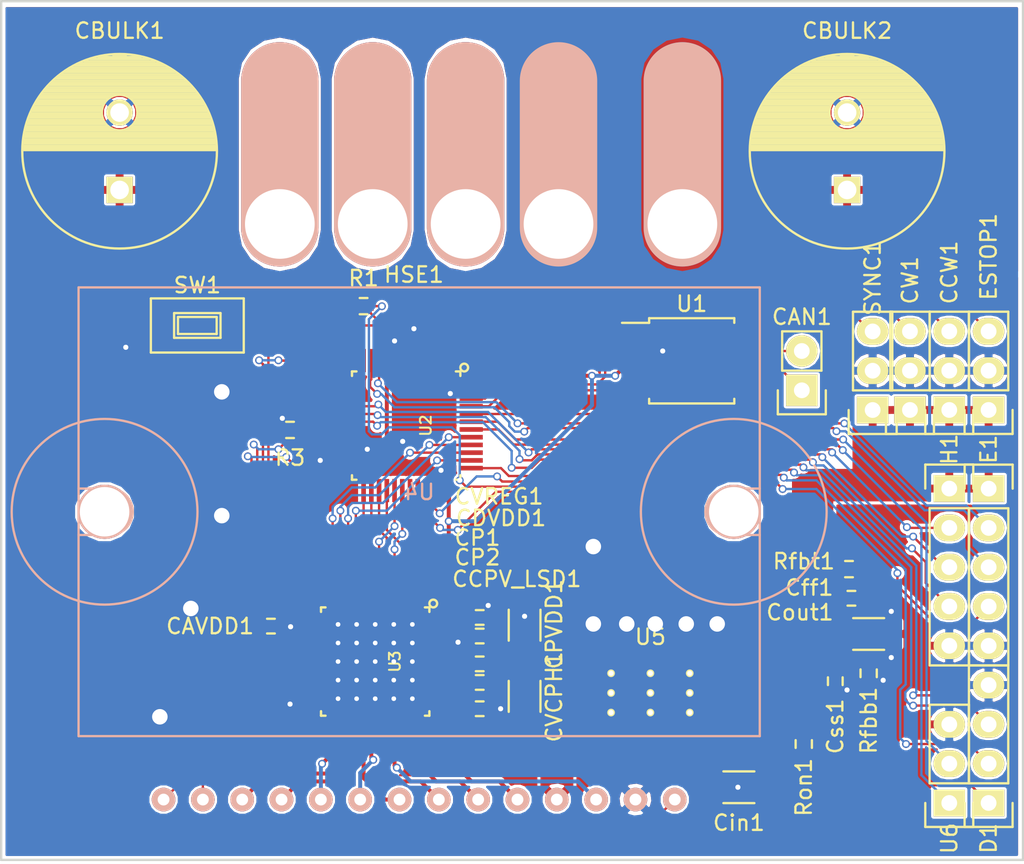
<source format=kicad_pcb>
(kicad_pcb (version 4) (host pcbnew 4.0.1-2.fc23-product)
  (layers (0 F.Cu signal) (31 B.Cu signal) (34 B.Paste user) (35 F.Paste user) (36 B.SilkS user) (37 F.SilkS user) (38 B.Mask user) (39 F.Mask user) (44 Edge.Cuts user))
  (net 0 "")
  (net 1 GND)
  (net 2 "Net-(CAVDD1-Pad2)")
  (net 3 VCC)
  (net 4 CCW_END)
  (net 5 "Net-(CDVDD1-Pad2)")
  (net 6 USART_TX)
  (net 7 USART_RX)
  (net 8 CAN_H)
  (net 9 CAN_L)
  (net 10 "Net-(CP1-Pad1)")
  (net 11 "Net-(CP1-Pad2)")
  (net 12 "Net-(CP2-Pad1)")
  (net 13 "Net-(CP2-Pad2)")
  (net 14 VDD)
  (net 15 "Net-(CVCPH1-Pad1)")
  (net 16 CW_END)
  (net 17 SWDIO)
  (net 18 SWCLK)
  (net 19 RESET)
  (net 20 E_STOP)
  (net 21 "Net-(CBULK1-Pad1)")
  (net 22 QUAD_A)
  (net 23 QUAD_B)
  (net 24 "Net-(HSE1-Pad2)")
  (net 25 TEMP_ADC)
  (net 26 SYNC)
  (net 27 "Net-(HSE1-Pad1)")
  (net 28 CURRENT_A_ADC)
  (net 29 INLA)
  (net 30 INLB)
  (net 31 INLC)
  (net 32 INHA)
  (net 33 INHB)
  (net 34 INHC)
  (net 35 CURRENT_B_ADC)
  (net 36 CURRENT_C_ADC)
  (net 37 PVDD_ADC)
  (net 38 "Net-(U2-Pad20)")
  (net 39 "Net-(U2-Pad21)")
  (net 40 "Net-(U2-Pad22)")
  (net 41 CS)
  (net 42 SCK)
  (net 43 MISO)
  (net 44 MOSI)
  (net 45 CAN_RX)
  (net 46 CAN_TX)
  (net 47 EN)
  (net 48 "Net-(U3-Pad25)")
  (net 49 "Net-(U3-Pad28)")
  (net 50 "Net-(U3-Pad29)")
  (net 51 "Net-(U3-Pad32)")
  (net 52 "Net-(U3-Pad33)")
  (net 53 "Net-(U3-Pad36)")
  (net 54 "Net-(U3-Pad19)")
  (net 55 "Net-(U3-Pad20)")
  (net 56 "Net-(U3-Pad21)")
  (net 57 "Net-(U3-Pad22)")
  (net 58 "Net-(U3-Pad23)")
  (net 59 "Net-(CCPV_LSD1-Pad2)")
  (net 60 "Net-(U1-Pad5)")
  (net 61 "Net-(U1-Pad8)")
  (net 62 "Net-(U4-Pad17)")
  (net 63 "Net-(U4-Pad19)")
  (net 64 "Net-(U4-Pad18)")
  (net 65 PHASE_A_SENSE)
  (net 66 PHASE_B_SENSE)
  (net 67 PHASE_C_SENSE)
  (net 68 +5V)
  (net 69 FAULT)
  (net 70 "Net-(U2-Pad13)")
  (net 71 "Net-(U2-Pad14)")
  (net 72 "Net-(U3-Pad27)")
  (net 73 "Net-(U3-Pad30)")
  (net 74 "Net-(U3-Pad35)")
  (net 75 "Net-(Cff1-Pad2)")
  (net 76 "Net-(Css1-Pad1)")
  (net 77 "Net-(U5-Pad3)")
  (net 78 "Net-(Ron1-Pad2)")
  (net 79 INDEX)
  (module bldc:FTCO3V455A1 (layer B.Cu) (at 140 97)
    (fp_text reference U4 (at 0 -1.27) (layer B.SilkS) (effects (justify mirror)))
    (fp_text value FTCO3V455A1)
    (pad 1 thru_hole circle (at -16.51 18.6 180) (size 1.524 1.524) (drill 0.762) (layers *.Cu *.Mask B.SilkS) (net 3 VCC))
    (pad 2 thru_hole circle (at -13.97 18.6 180) (size 1.524 1.524) (drill 0.762) (layers *.Cu *.Mask B.SilkS) (net 25 TEMP_ADC))
    (pad 3 thru_hole circle (at -11.43 18.6 180) (size 1.524 1.524) (drill 0.762) (layers *.Cu *.Mask B.SilkS) (net 72 "Net-(U3-Pad27)"))
    (pad 4 thru_hole circle (at -8.89 18.6 180) (size 1.524 1.524) (drill 0.762) (layers *.Cu *.Mask B.SilkS) (net 49 "Net-(U3-Pad28)"))
    (pad 5 thru_hole circle (at -6.35 18.6 180) (size 1.524 1.524) (drill 0.762) (layers *.Cu *.Mask B.SilkS) (net 48 "Net-(U3-Pad25)"))
    (pad 6 thru_hole circle (at -3.81 18.6 180) (size 1.524 1.524) (drill 0.762) (layers *.Cu *.Mask B.SilkS) (net 73 "Net-(U3-Pad30)"))
    (pad 7 thru_hole circle (at -1.27 18.6 180) (size 1.524 1.524) (drill 0.762) (layers *.Cu *.Mask B.SilkS) (net 50 "Net-(U3-Pad29)"))
    (pad 8 thru_hole circle (at 1.27 18.6 180) (size 1.524 1.524) (drill 0.762) (layers *.Cu *.Mask B.SilkS) (net 51 "Net-(U3-Pad32)"))
    (pad 9 thru_hole circle (at 3.81 18.6 180) (size 1.524 1.524) (drill 0.762) (layers *.Cu *.Mask B.SilkS) (net 74 "Net-(U3-Pad35)"))
    (pad 10 thru_hole circle (at 6.35 18.6 180) (size 1.524 1.524) (drill 0.762) (layers *.Cu *.Mask B.SilkS) (net 53 "Net-(U3-Pad36)"))
    (pad 11 thru_hole circle (at 8.89 18.6 180) (size 1.524 1.524) (drill 0.762) (layers *.Cu *.Mask B.SilkS) (net 14 VDD))
    (pad 12 thru_hole circle (at 11.43 18.6 180) (size 1.524 1.524) (drill 0.762) (layers *.Cu *.Mask B.SilkS) (net 52 "Net-(U3-Pad33)"))
    (pad 13 thru_hole circle (at 13.97 18.6 180) (size 1.524 1.524) (drill 0.762) (layers *.Cu *.Mask B.SilkS) (net 1 GND))
    (pad 14 thru_hole circle (at 16.51 18.6 180) (size 1.524 1.524) (drill 0.762) (layers *.Cu *.Mask B.SilkS) (net 58 "Net-(U3-Pad23)"))
    (pad 18 thru_hole oval (at -3 -18.6) (size 5 14.5) (drill 4.5 (offset 0 -4.5)) (layers *.Cu *.Mask B.SilkS) (net 64 "Net-(U4-Pad18)"))
    (pad 17 thru_hole oval (at 3 -18.6) (size 5 14.5) (drill 4.5 (offset 0 -4.5)) (layers *.Cu *.Mask B.SilkS) (net 62 "Net-(U4-Pad17)"))
    (pad 16 thru_hole oval (at 9 -18.6) (size 5 14.5) (drill 4.5 (offset 0 -4.5)) (layers *.Cu *.Mask B.SilkS) (net 1 GND))
    (pad 19 thru_hole oval (at -9 -18.6) (size 5 14.5) (drill 4.5 (offset 0 -4.5)) (layers *.Cu *.Mask B.SilkS) (net 63 "Net-(U4-Pad19)"))
    (pad 15 thru_hole oval (at 17 -18.6) (size 5 14.5) (drill 4.5 (offset 0 -4.5)) (layers *.Cu *.Mask B.SilkS) (net 21 "Net-(CBULK1-Pad1)"))
    (pad m thru_hole circle (at -20.32 0) (size 3.5 3.5) (drill 3.2) (layers *.Cu *.Mask B.SilkS))
    (pad m thru_hole circle (at 20.32 0) (size 3.5 3.5) (drill 3.2) (layers *.Cu *.Mask B.SilkS))
  )
  (module Capacitors_SMD:C_0402 (layer F.Cu) (at 166.878 107.95 270)
    (fp_text reference Css1 (at 2.921 0 270) (layer F.SilkS))
    (fp_text value 4700pF hide)
    (pad 1 smd rect (at -0.55 0 270) (size 0.6 0.5) (layers F.Cu F.Paste F.Mask) (net 76 "Net-(Css1-Pad1)"))
    (pad 2 smd rect (at 0.55 0 270) (size 0.6 0.5) (layers F.Cu F.Paste F.Mask) (net 1 GND))
  )
  (module Capacitors_SMD:C_0402 (layer F.Cu) (at 143.91 105.03 180)
    (fp_text reference CDVDD1 (at -1.378 7.621 180) (layer F.SilkS))
    (fp_text value "1.0uF 16V" hide)
    (pad 1 smd rect (at -0.55 0 180) (size 0.6 0.5) (layers F.Cu F.Paste F.Mask) (net 1 GND))
    (pad 2 smd rect (at 0.55 0 180) (size 0.6 0.5) (layers F.Cu F.Paste F.Mask) (net 5 "Net-(CDVDD1-Pad2)"))
  )
  (module Capacitors_SMD:C_0402 (layer F.Cu) (at 130.425 104.39 180)
    (fp_text reference CAVDD1 (at 3.933 -0.004 180) (layer F.SilkS))
    (fp_text value "1.0uF 6.3V" hide)
    (pad 1 smd rect (at -0.55 0 180) (size 0.6 0.5) (layers F.Cu F.Paste F.Mask) (net 1 GND))
    (pad 2 smd rect (at 0.55 0 180) (size 0.6 0.5) (layers F.Cu F.Paste F.Mask) (net 2 "Net-(CAVDD1-Pad2)"))
  )
  (module Pin_Headers:Pin_Header_Straight_1x03 (layer F.Cu) (at 174.24 90.42 180)
    (fp_text reference CCW1 (at -0.004 8.886 270) (layer F.SilkS))
    (fp_text value " ")
    (pad 1 thru_hole rect (at 0 0 180) (size 2.032 1.7272) (drill 1.016) (layers *.Cu *.Mask F.SilkS) (net 68 +5V))
    (pad 2 thru_hole oval (at 0 2.54 180) (size 2.032 1.7272) (drill 1.016) (layers *.Cu *.Mask F.SilkS) (net 1 GND))
    (pad 3 thru_hole oval (at 0 5.08 180) (size 2.032 1.7272) (drill 1.016) (layers *.Cu *.Mask F.SilkS) (net 4 CCW_END))
  )
  (module Capacitors_SMD:C_0402 (layer F.Cu) (at 143.91 106.83)
    (fp_text reference CP1 (at -0.146 -8.151) (layer F.SilkS))
    (fp_text value "0.047uF 16V" hide)
    (pad 1 smd rect (at -0.55 0) (size 0.6 0.5) (layers F.Cu F.Paste F.Mask) (net 10 "Net-(CP1-Pad1)"))
    (pad 2 smd rect (at 0.55 0) (size 0.6 0.5) (layers F.Cu F.Paste F.Mask) (net 11 "Net-(CP1-Pad2)"))
  )
  (module Capacitors_SMD:C_0402 (layer F.Cu) (at 143.91 108.03)
    (fp_text reference CP2 (at -0.146 -8.081) (layer F.SilkS))
    (fp_text value "0.047uF 16V" hide)
    (pad 1 smd rect (at -0.55 0) (size 0.6 0.5) (layers F.Cu F.Paste F.Mask) (net 12 "Net-(CP2-Pad1)"))
    (pad 2 smd rect (at 0.55 0) (size 0.6 0.5) (layers F.Cu F.Paste F.Mask) (net 13 "Net-(CP2-Pad2)"))
  )
  (module Capacitors_SMD:C_1206 (layer F.Cu) (at 146.81 104.33 90)
    (fp_text reference CPVDD1 (at 0.063 1.907 90) (layer F.SilkS))
    (fp_text value "4.7uF 50V" hide)
    (pad 1 smd rect (at -1.5 0 90) (size 1 1.6) (layers F.Cu F.Paste F.Mask) (net 14 VDD))
    (pad 2 smd rect (at 1.5 0 90) (size 1 1.6) (layers F.Cu F.Paste F.Mask) (net 1 GND))
  )
  (module Capacitors_SMD:C_1206 (layer F.Cu) (at 146.81 108.93 90)
    (fp_text reference CVCPH1 (at -0.036 1.907 90) (layer F.SilkS))
    (fp_text value "2.2uF 16V" hide)
    (pad 1 smd rect (at -1.5 0 90) (size 1 1.6) (layers F.Cu F.Paste F.Mask) (net 15 "Net-(CVCPH1-Pad1)"))
    (pad 2 smd rect (at 1.5 0 90) (size 1 1.6) (layers F.Cu F.Paste F.Mask) (net 14 VDD))
  )
  (module Capacitors_SMD:C_0402 (layer F.Cu) (at 143.91 103.83)
    (fp_text reference CVREG1 (at 1.251 -7.818) (layer F.SilkS))
    (fp_text value "1.0uF 6.3V" hide)
    (pad 1 smd rect (at -0.55 0) (size 0.6 0.5) (layers F.Cu F.Paste F.Mask) (net 3 VCC))
    (pad 2 smd rect (at 0.55 0) (size 0.6 0.5) (layers F.Cu F.Paste F.Mask) (net 1 GND))
  )
  (module Pin_Headers:Pin_Header_Straight_1x03 (layer F.Cu) (at 171.7 90.42 180)
    (fp_text reference CW1 (at -0.004 8.378 270) (layer F.SilkS))
    (fp_text value " ")
    (pad 1 thru_hole rect (at 0 0 180) (size 2.032 1.7272) (drill 1.016) (layers *.Cu *.Mask F.SilkS) (net 68 +5V))
    (pad 2 thru_hole oval (at 0 2.54 180) (size 2.032 1.7272) (drill 1.016) (layers *.Cu *.Mask F.SilkS) (net 1 GND))
    (pad 3 thru_hole oval (at 0 5.08 180) (size 2.032 1.7272) (drill 1.016) (layers *.Cu *.Mask F.SilkS) (net 16 CW_END))
  )
  (module Pin_Headers:Pin_Header_Straight_1x04 (layer F.Cu) (at 176.78 115.82 180)
    (fp_text reference D1 (at -0.004 -2.29 270) (layer F.SilkS))
    (fp_text value " ")
    (pad 1 thru_hole rect (at 0 0 180) (size 2.032 1.7272) (drill 1.016) (layers *.Cu *.Mask F.SilkS) (net 19 RESET))
    (pad 2 thru_hole oval (at 0 2.54 180) (size 2.032 1.7272) (drill 1.016) (layers *.Cu *.Mask F.SilkS) (net 17 SWDIO))
    (pad 3 thru_hole oval (at 0 5.08 180) (size 2.032 1.7272) (drill 1.016) (layers *.Cu *.Mask F.SilkS) (net 18 SWCLK))
    (pad 4 thru_hole oval (at 0 7.62 180) (size 2.032 1.7272) (drill 1.016) (layers *.Cu *.Mask F.SilkS) (net 1 GND))
  )
  (module Pin_Headers:Pin_Header_Straight_1x03 (layer F.Cu) (at 176.78 90.42 180)
    (fp_text reference ESTOP1 (at -0.004 9.902 270) (layer F.SilkS))
    (fp_text value " ")
    (pad 1 thru_hole rect (at 0 0 180) (size 2.032 1.7272) (drill 1.016) (layers *.Cu *.Mask F.SilkS) (net 68 +5V))
    (pad 2 thru_hole oval (at 0 2.54 180) (size 2.032 1.7272) (drill 1.016) (layers *.Cu *.Mask F.SilkS) (net 1 GND))
    (pad 3 thru_hole oval (at 0 5.08 180) (size 2.032 1.7272) (drill 1.016) (layers *.Cu *.Mask F.SilkS) (net 20 E_STOP))
  )
  (module Pin_Headers:Pin_Header_Straight_1x05 (layer F.Cu) (at 174.24 95.5)
    (fp_text reference H1 (at 0.004 -2.536 90) (layer F.SilkS))
    (fp_text value " ")
    (pad 1 thru_hole rect (at 0 0) (size 2.032 1.7272) (drill 1.016) (layers *.Cu *.Mask F.SilkS) (net 68 +5V))
    (pad 2 thru_hole oval (at 0 2.54) (size 2.032 1.7272) (drill 1.016) (layers *.Cu *.Mask F.SilkS) (net 65 PHASE_A_SENSE))
    (pad 3 thru_hole oval (at 0 5.08) (size 2.032 1.7272) (drill 1.016) (layers *.Cu *.Mask F.SilkS) (net 66 PHASE_B_SENSE))
    (pad 4 thru_hole oval (at 0 7.62) (size 2.032 1.7272) (drill 1.016) (layers *.Cu *.Mask F.SilkS) (net 67 PHASE_C_SENSE))
    (pad 5 thru_hole oval (at 0 10.16) (size 2.032 1.7272) (drill 1.016) (layers *.Cu *.Mask F.SilkS) (net 1 GND))
  )
  (module Resistors_SMD:R_0402 (layer F.Cu) (at 131.66 91.71 180)
    (fp_text reference R3 (at 0 -1.8 180) (layer F.SilkS))
    (fp_text value "4.7K " hide)
    (pad 1 smd rect (at -0.45 0 180) (size 0.4 0.6) (layers F.Cu F.Paste F.Mask) (net 25 TEMP_ADC))
    (pad 2 smd rect (at 0.45 0 180) (size 0.4 0.6) (layers F.Cu F.Paste F.Mask) (net 1 GND))
  )
  (module Housings_SOIC:SOIJ-8_5.3x5.3mm_Pitch1.27mm (layer F.Cu) (at 157.603 87.245)
    (fp_text reference U1 (at 0 -3.68) (layer F.SilkS))
    (fp_text value SN65HVD23X hide)
    (pad 1 smd rect (at -3.65 -1.905) (size 1.7 0.65) (layers F.Cu F.Paste F.Mask) (net 46 CAN_TX))
    (pad 2 smd rect (at -3.65 -0.635) (size 1.7 0.65) (layers F.Cu F.Paste F.Mask) (net 1 GND))
    (pad 3 smd rect (at -3.65 0.635) (size 1.7 0.65) (layers F.Cu F.Paste F.Mask) (net 3 VCC))
    (pad 4 smd rect (at -3.65 1.905) (size 1.7 0.65) (layers F.Cu F.Paste F.Mask) (net 45 CAN_RX))
    (pad 5 smd rect (at 3.65 1.905) (size 1.7 0.65) (layers F.Cu F.Paste F.Mask) (net 60 "Net-(U1-Pad5)"))
    (pad 6 smd rect (at 3.65 0.635) (size 1.7 0.65) (layers F.Cu F.Paste F.Mask) (net 9 CAN_L))
    (pad 7 smd rect (at 3.65 -0.635) (size 1.7 0.65) (layers F.Cu F.Paste F.Mask) (net 8 CAN_H))
    (pad 8 smd rect (at 3.65 -1.905) (size 1.7 0.65) (layers F.Cu F.Paste F.Mask) (net 61 "Net-(U1-Pad8)"))
  )
  (module bldc:QFP48_7x7 (layer F.Cu) (at 139.16 91.43 270)
    (fp_text reference U2 (at 0 -1.27 270) (layer F.SilkS) (effects (font (size 0.7 0.7) (thickness 0.127))))
    (fp_text value STM32F042C6 hide)
    (pad 1 smd rect (at -4.2 -2.75 270) (size 1.5 0.3) (layers F.Cu F.Paste F.Mask) (net 3 VCC))
    (pad 2 smd rect (at -4.2 -2.25 270) (size 1.5 0.3) (layers F.Cu F.Paste F.Mask) (net 16 CW_END))
    (pad 3 smd rect (at -4.2 -1.75 270) (size 1.5 0.3) (layers F.Cu F.Paste F.Mask) (net 4 CCW_END))
    (pad 4 smd rect (at -4.2 -1.25 270) (size 1.5 0.3) (layers F.Cu F.Paste F.Mask) (net 20 E_STOP))
    (pad 5 smd rect (at -4.2 -0.75 270) (size 1.5 0.3) (layers F.Cu F.Paste F.Mask) (net 27 "Net-(HSE1-Pad1)"))
    (pad 6 smd rect (at -4.2 -0.25 270) (size 1.5 0.3) (layers F.Cu F.Paste F.Mask) (net 24 "Net-(HSE1-Pad2)"))
    (pad 7 smd rect (at -4.2 0.25 270) (size 1.5 0.3) (layers F.Cu F.Paste F.Mask) (net 19 RESET))
    (pad 8 smd rect (at -4.2 0.75 270) (size 1.5 0.3) (layers F.Cu F.Paste F.Mask) (net 1 GND))
    (pad 9 smd rect (at -4.2 1.25 270) (size 1.5 0.3) (layers F.Cu F.Paste F.Mask) (net 3 VCC))
    (pad 10 smd rect (at -4.2 1.75 270) (size 1.5 0.3) (layers F.Cu F.Paste F.Mask) (net 22 QUAD_A))
    (pad 11 smd rect (at -4.2 2.25 270) (size 1.5 0.3) (layers F.Cu F.Paste F.Mask) (net 23 QUAD_B))
    (pad 12 smd rect (at -4.2 2.75 270) (size 1.5 0.3) (layers F.Cu F.Paste F.Mask) (net 28 CURRENT_A_ADC))
    (pad 25 smd rect (at 4.2 2.75 270) (size 1.5 0.3) (layers F.Cu F.Paste F.Mask) (net 69 FAULT))
    (pad 26 smd rect (at 4.2 2.25 270) (size 1.5 0.3) (layers F.Cu F.Paste F.Mask) (net 31 INLC))
    (pad 27 smd rect (at 4.2 1.75 270) (size 1.5 0.3) (layers F.Cu F.Paste F.Mask) (net 30 INLB))
    (pad 28 smd rect (at 4.2 1.25 270) (size 1.5 0.3) (layers F.Cu F.Paste F.Mask) (net 29 INLA))
    (pad 29 smd rect (at 4.2 0.75 270) (size 1.5 0.3) (layers F.Cu F.Paste F.Mask) (net 34 INHC))
    (pad 30 smd rect (at 4.2 0.25 270) (size 1.5 0.3) (layers F.Cu F.Paste F.Mask) (net 33 INHB))
    (pad 31 smd rect (at 4.2 -0.25 270) (size 1.5 0.3) (layers F.Cu F.Paste F.Mask) (net 32 INHA))
    (pad 32 smd rect (at 4.2 -0.75 270) (size 1.5 0.3) (layers F.Cu F.Paste F.Mask) (net 47 EN))
    (pad 33 smd rect (at 4.2 -1.25 270) (size 1.5 0.3) (layers F.Cu F.Paste F.Mask) (net 79 INDEX))
    (pad 34 smd rect (at 4.2 -1.75 270) (size 1.5 0.3) (layers F.Cu F.Paste F.Mask) (net 17 SWDIO))
    (pad 35 smd rect (at 4.2 -2.25 270) (size 1.5 0.3) (layers F.Cu F.Paste F.Mask) (net 1 GND))
    (pad 36 smd rect (at 4.2 -2.75 270) (size 1.5 0.3) (layers F.Cu F.Paste F.Mask) (net 3 VCC))
    (pad 13 smd rect (at -2.75 4.2 270) (size 0.3 1.5) (layers F.Cu F.Paste F.Mask) (net 70 "Net-(U2-Pad13)"))
    (pad 14 smd rect (at -2.25 4.2 270) (size 0.3 1.5) (layers F.Cu F.Paste F.Mask) (net 71 "Net-(U2-Pad14)"))
    (pad 15 smd rect (at -1.75 4.2 270) (size 0.3 1.5) (layers F.Cu F.Paste F.Mask) (net 37 PVDD_ADC))
    (pad 16 smd rect (at -1.25 4.2 270) (size 0.3 1.5) (layers F.Cu F.Paste F.Mask) (net 65 PHASE_A_SENSE))
    (pad 17 smd rect (at -0.75 4.2 270) (size 0.3 1.5) (layers F.Cu F.Paste F.Mask) (net 66 PHASE_B_SENSE))
    (pad 18 smd rect (at -0.25 4.2 270) (size 0.3 1.5) (layers F.Cu F.Paste F.Mask) (net 67 PHASE_C_SENSE))
    (pad 19 smd rect (at 0.25 4.2 270) (size 0.3 1.5) (layers F.Cu F.Paste F.Mask) (net 25 TEMP_ADC))
    (pad 20 smd rect (at 0.75 4.2 270) (size 0.3 1.5) (layers F.Cu F.Paste F.Mask) (net 38 "Net-(U2-Pad20)"))
    (pad 21 smd rect (at 1.25 4.2 270) (size 0.3 1.5) (layers F.Cu F.Paste F.Mask) (net 39 "Net-(U2-Pad21)"))
    (pad 22 smd rect (at 1.75 4.2 270) (size 0.3 1.5) (layers F.Cu F.Paste F.Mask) (net 40 "Net-(U2-Pad22)"))
    (pad 23 smd rect (at 2.25 4.2 270) (size 0.3 1.5) (layers F.Cu F.Paste F.Mask) (net 1 GND))
    (pad 24 smd rect (at 2.75 4.2 270) (size 0.3 1.5) (layers F.Cu F.Paste F.Mask) (net 3 VCC))
    (pad 37 smd rect (at 2.75 -4.2 270) (size 0.3 1.5) (layers F.Cu F.Paste F.Mask) (net 18 SWCLK))
    (pad 38 smd rect (at 2.25 -4.2 270) (size 0.3 1.5) (layers F.Cu F.Paste F.Mask) (net 41 CS))
    (pad 39 smd rect (at 1.75 -4.2 270) (size 0.3 1.5) (layers F.Cu F.Paste F.Mask) (net 42 SCK))
    (pad 40 smd rect (at 1.25 -4.2 270) (size 0.3 1.5) (layers F.Cu F.Paste F.Mask) (net 43 MISO))
    (pad 41 smd rect (at 0.75 -4.2 270) (size 0.3 1.5) (layers F.Cu F.Paste F.Mask) (net 44 MOSI))
    (pad 42 smd rect (at 0.25 -4.2 270) (size 0.3 1.5) (layers F.Cu F.Paste F.Mask) (net 6 USART_TX))
    (pad 43 smd rect (at -0.25 -4.2 270) (size 0.3 1.5) (layers F.Cu F.Paste F.Mask) (net 7 USART_RX))
    (pad 44 smd rect (at -0.75 -4.2 270) (size 0.3 1.5) (layers F.Cu F.Paste F.Mask) (net 26 SYNC))
    (pad 45 smd rect (at -1.25 -4.2 270) (size 0.3 1.5) (layers F.Cu F.Paste F.Mask) (net 45 CAN_RX))
    (pad 46 smd rect (at -1.75 -4.2 270) (size 0.3 1.5) (layers F.Cu F.Paste F.Mask) (net 46 CAN_TX))
    (pad 47 smd rect (at -2.25 -4.2 270) (size 0.3 1.5) (layers F.Cu F.Paste F.Mask) (net 1 GND))
    (pad 48 smd rect (at -2.75 -4.2 270) (size 0.3 1.5) (layers F.Cu F.Paste F.Mask) (net 3 VCC))
  )
  (module bldc:PQFP48_7x7 (layer F.Cu) (at 137.16 106.68 270)
    (fp_text reference U3 (at 0 -1.27 270) (layer F.SilkS) (effects (font (size 0.7 0.7) (thickness 0.127))))
    (fp_text value DRV8305 hide)
    (pad 1 smd rect (at -4.2 -2.75 270) (size 1.5 0.3) (layers F.Cu F.Paste F.Mask) (net 47 EN))
    (pad 2 smd rect (at -4.2 -2.25 270) (size 1.5 0.3) (layers F.Cu F.Paste F.Mask) (net 32 INHA))
    (pad 3 smd rect (at -4.2 -1.75 270) (size 1.5 0.3) (layers F.Cu F.Paste F.Mask) (net 29 INLA))
    (pad 4 smd rect (at -4.2 -1.25 270) (size 1.5 0.3) (layers F.Cu F.Paste F.Mask) (net 33 INHB))
    (pad 5 smd rect (at -4.2 -0.75 270) (size 1.5 0.3) (layers F.Cu F.Paste F.Mask) (net 30 INLB))
    (pad 6 smd rect (at -4.2 -0.25 270) (size 1.5 0.3) (layers F.Cu F.Paste F.Mask) (net 34 INHC))
    (pad 7 smd rect (at -4.2 0.25 270) (size 1.5 0.3) (layers F.Cu F.Paste F.Mask) (net 31 INLC))
    (pad 8 smd rect (at -4.2 0.75 270) (size 1.5 0.3) (layers F.Cu F.Paste F.Mask) (net 69 FAULT))
    (pad 9 smd rect (at -4.2 1.25 270) (size 1.5 0.3) (layers F.Cu F.Paste F.Mask) (net 41 CS))
    (pad 10 smd rect (at -4.2 1.75 270) (size 1.5 0.3) (layers F.Cu F.Paste F.Mask) (net 44 MOSI))
    (pad 11 smd rect (at -4.2 2.25 270) (size 1.5 0.3) (layers F.Cu F.Paste F.Mask) (net 43 MISO))
    (pad 12 smd rect (at -4.2 2.75 270) (size 1.5 0.3) (layers F.Cu F.Paste F.Mask) (net 42 SCK))
    (pad 25 smd rect (at 4.2 2.75 270) (size 1.5 0.3) (layers F.Cu F.Paste F.Mask) (net 48 "Net-(U3-Pad25)"))
    (pad 26 smd rect (at 4.2 2.25 270) (size 1.5 0.3) (layers F.Cu F.Paste F.Mask) (net 1 GND))
    (pad 27 smd rect (at 4.2 1.75 270) (size 1.5 0.3) (layers F.Cu F.Paste F.Mask) (net 72 "Net-(U3-Pad27)"))
    (pad 28 smd rect (at 4.2 1.25 270) (size 1.5 0.3) (layers F.Cu F.Paste F.Mask) (net 49 "Net-(U3-Pad28)"))
    (pad 29 smd rect (at 4.2 0.75 270) (size 1.5 0.3) (layers F.Cu F.Paste F.Mask) (net 50 "Net-(U3-Pad29)"))
    (pad 30 smd rect (at 4.2 0.25 270) (size 1.5 0.3) (layers F.Cu F.Paste F.Mask) (net 73 "Net-(U3-Pad30)"))
    (pad 31 smd rect (at 4.2 -0.25 270) (size 1.5 0.3) (layers F.Cu F.Paste F.Mask) (net 1 GND))
    (pad 32 smd rect (at 4.2 -0.75 270) (size 1.5 0.3) (layers F.Cu F.Paste F.Mask) (net 51 "Net-(U3-Pad32)"))
    (pad 33 smd rect (at 4.2 -1.25 270) (size 1.5 0.3) (layers F.Cu F.Paste F.Mask) (net 52 "Net-(U3-Pad33)"))
    (pad 34 smd rect (at 4.2 -1.75 270) (size 1.5 0.3) (layers F.Cu F.Paste F.Mask) (net 1 GND))
    (pad 35 smd rect (at 4.2 -2.25 270) (size 1.5 0.3) (layers F.Cu F.Paste F.Mask) (net 74 "Net-(U3-Pad35)"))
    (pad 36 smd rect (at 4.2 -2.75 270) (size 1.5 0.3) (layers F.Cu F.Paste F.Mask) (net 53 "Net-(U3-Pad36)"))
    (pad 13 smd rect (at -2.75 4.2 270) (size 0.3 1.5) (layers F.Cu F.Paste F.Mask) (net 19 RESET))
    (pad 14 smd rect (at -2.25 4.2 270) (size 0.3 1.5) (layers F.Cu F.Paste F.Mask) (net 1 GND))
    (pad 15 smd rect (at -1.75 4.2 270) (size 0.3 1.5) (layers F.Cu F.Paste F.Mask) (net 2 "Net-(CAVDD1-Pad2)"))
    (pad 16 smd rect (at -1.25 4.2 270) (size 0.3 1.5) (layers F.Cu F.Paste F.Mask) (net 28 CURRENT_A_ADC))
    (pad 17 smd rect (at -0.75 4.2 270) (size 0.3 1.5) (layers F.Cu F.Paste F.Mask) (net 35 CURRENT_B_ADC))
    (pad 18 smd rect (at -0.25 4.2 270) (size 0.3 1.5) (layers F.Cu F.Paste F.Mask) (net 36 CURRENT_C_ADC))
    (pad 19 smd rect (at 0.25 4.2 270) (size 0.3 1.5) (layers F.Cu F.Paste F.Mask) (net 54 "Net-(U3-Pad19)"))
    (pad 20 smd rect (at 0.75 4.2 270) (size 0.3 1.5) (layers F.Cu F.Paste F.Mask) (net 55 "Net-(U3-Pad20)"))
    (pad 21 smd rect (at 1.25 4.2 270) (size 0.3 1.5) (layers F.Cu F.Paste F.Mask) (net 56 "Net-(U3-Pad21)"))
    (pad 22 smd rect (at 1.75 4.2 270) (size 0.3 1.5) (layers F.Cu F.Paste F.Mask) (net 57 "Net-(U3-Pad22)"))
    (pad 23 smd rect (at 2.25 4.2 270) (size 0.3 1.5) (layers F.Cu F.Paste F.Mask) (net 58 "Net-(U3-Pad23)"))
    (pad 24 smd rect (at 2.75 4.2 270) (size 0.3 1.5) (layers F.Cu F.Paste F.Mask) (net 1 GND))
    (pad 37 smd rect (at 2.75 -4.2 270) (size 0.3 1.5) (layers F.Cu F.Paste F.Mask) (net 59 "Net-(CCPV_LSD1-Pad2)"))
    (pad 38 smd rect (at 2.25 -4.2 270) (size 0.3 1.5) (layers F.Cu F.Paste F.Mask) (net 15 "Net-(CVCPH1-Pad1)"))
    (pad 39 smd rect (at 1.75 -4.2 270) (size 0.3 1.5) (layers F.Cu F.Paste F.Mask) (net 13 "Net-(CP2-Pad2)"))
    (pad 40 smd rect (at 1.25 -4.2 270) (size 0.3 1.5) (layers F.Cu F.Paste F.Mask) (net 12 "Net-(CP2-Pad1)"))
    (pad 41 smd rect (at 0.75 -4.2 270) (size 0.3 1.5) (layers F.Cu F.Paste F.Mask) (net 14 VDD))
    (pad 42 smd rect (at 0.25 -4.2 270) (size 0.3 1.5) (layers F.Cu F.Paste F.Mask) (net 10 "Net-(CP1-Pad1)"))
    (pad 43 smd rect (at -0.25 -4.2 270) (size 0.3 1.5) (layers F.Cu F.Paste F.Mask) (net 11 "Net-(CP1-Pad2)"))
    (pad 44 smd rect (at -0.75 -4.2 270) (size 0.3 1.5) (layers F.Cu F.Paste F.Mask) (net 14 VDD))
    (pad 45 smd rect (at -1.25 -4.2 270) (size 0.3 1.5) (layers F.Cu F.Paste F.Mask) (net 1 GND))
    (pad 46 smd rect (at -1.75 -4.2 270) (size 0.3 1.5) (layers F.Cu F.Paste F.Mask) (net 5 "Net-(CDVDD1-Pad2)"))
    (pad 47 smd rect (at -2.25 -4.2 270) (size 0.3 1.5) (layers F.Cu F.Paste F.Mask) (net 14 VDD))
    (pad 48 smd rect (at -2.75 -4.2 270) (size 0.3 1.5) (layers F.Cu F.Paste F.Mask) (net 3 VCC))
    (pad pow smd rect (at 0 0 270) (size 6 6) (layers F.Cu F.Mask) (net 1 GND))
    (pad pow smd rect (at -1.5 -1.5 270) (size 2.12132 2.12132) (layers F.Cu F.Paste F.Mask) (net 1 GND))
    (pad pow smd rect (at -1.5 1.5 270) (size 2.12132 2.12132) (layers F.Cu F.Paste F.Mask) (net 1 GND))
    (pad pow smd rect (at 1.5 -1.5 270) (size 2.12132 2.12132) (layers F.Cu F.Paste F.Mask) (net 1 GND))
    (pad pow smd rect (at 1.5 1.5 270) (size 2.12132 2.12132) (layers F.Cu F.Paste F.Mask) (net 1 GND))
    (pad pow thru_hole circle (at -2.4 -2.4 270) (size 0.6 0.6) (drill 0.3) (layers *.Cu *.Mask) (net 1 GND))
    (pad pow thru_hole circle (at -2.4 -1.2 270) (size 0.6 0.6) (drill 0.3) (layers *.Cu *.Mask) (net 1 GND))
    (pad pow thru_hole circle (at -2.4 0 270) (size 0.6 0.6) (drill 0.3) (layers *.Cu *.Mask) (net 1 GND))
    (pad pow thru_hole circle (at -2.4 1.2 270) (size 0.6 0.6) (drill 0.3) (layers *.Cu *.Mask) (net 1 GND))
    (pad pow thru_hole circle (at -2.4 2.4 270) (size 0.6 0.6) (drill 0.3) (layers *.Cu *.Mask) (net 1 GND))
    (pad pow thru_hole circle (at -1.2 -2.4 270) (size 0.6 0.6) (drill 0.3) (layers *.Cu *.Mask) (net 1 GND))
    (pad pow thru_hole circle (at -1.2 -1.2 270) (size 0.6 0.6) (drill 0.3) (layers *.Cu *.Mask) (net 1 GND))
    (pad pow thru_hole circle (at -1.2 0 270) (size 0.6 0.6) (drill 0.3) (layers *.Cu *.Mask) (net 1 GND))
    (pad pow thru_hole circle (at -1.2 1.2 270) (size 0.6 0.6) (drill 0.3) (layers *.Cu *.Mask) (net 1 GND))
    (pad pow thru_hole circle (at -1.2 2.4 270) (size 0.6 0.6) (drill 0.3) (layers *.Cu *.Mask) (net 1 GND))
    (pad pow thru_hole circle (at 0 -2.4 270) (size 0.6 0.6) (drill 0.3) (layers *.Cu *.Mask) (net 1 GND))
    (pad pow thru_hole circle (at 0 -1.2 270) (size 0.6 0.6) (drill 0.3) (layers *.Cu *.Mask) (net 1 GND))
    (pad pow thru_hole circle (at 0 0 270) (size 0.6 0.6) (drill 0.3) (layers *.Cu *.Mask) (net 1 GND))
    (pad pow thru_hole circle (at 0 1.2 270) (size 0.6 0.6) (drill 0.3) (layers *.Cu *.Mask) (net 1 GND))
    (pad pow thru_hole circle (at 0 2.4 270) (size 0.6 0.6) (drill 0.3) (layers *.Cu *.Mask) (net 1 GND))
    (pad pow thru_hole circle (at 1.2 -2.4 270) (size 0.6 0.6) (drill 0.3) (layers *.Cu *.Mask) (net 1 GND))
    (pad pow thru_hole circle (at 1.2 -1.2 270) (size 0.6 0.6) (drill 0.3) (layers *.Cu *.Mask) (net 1 GND))
    (pad pow thru_hole circle (at 1.2 0 270) (size 0.6 0.6) (drill 0.3) (layers *.Cu *.Mask) (net 1 GND))
    (pad pow thru_hole circle (at 1.2 1.2 270) (size 0.6 0.6) (drill 0.3) (layers *.Cu *.Mask) (net 1 GND))
    (pad pow thru_hole circle (at 1.2 2.4 270) (size 0.6 0.6) (drill 0.3) (layers *.Cu *.Mask) (net 1 GND))
    (pad pow thru_hole circle (at 2.4 -2.4 270) (size 0.6 0.6) (drill 0.3) (layers *.Cu *.Mask) (net 1 GND))
    (pad pow thru_hole circle (at 2.4 -1.2 270) (size 0.6 0.6) (drill 0.3) (layers *.Cu *.Mask) (net 1 GND))
    (pad pow thru_hole circle (at 2.4 0 270) (size 0.6 0.6) (drill 0.3) (layers *.Cu *.Mask) (net 1 GND))
    (pad pow thru_hole circle (at 2.4 1.2 270) (size 0.6 0.6) (drill 0.3) (layers *.Cu *.Mask) (net 1 GND))
    (pad pow thru_hole circle (at 2.4 2.4 270) (size 0.6 0.6) (drill 0.3) (layers *.Cu *.Mask) (net 1 GND))
  )
  (module Pin_Headers:Pin_Header_Straight_1x02 (layer F.Cu) (at 164.715 89.15 180)
    (fp_text reference CAN1 (at -0.004 4.7458 180) (layer F.SilkS))
    (fp_text value " ")
    (pad 1 thru_hole rect (at 0 0 180) (size 2.032 2.032) (drill 1.016) (layers *.Cu *.Mask F.SilkS) (net 9 CAN_L))
    (pad 2 thru_hole oval (at 0 2.54 180) (size 2.032 2.032) (drill 1.016) (layers *.Cu *.Mask F.SilkS) (net 8 CAN_H))
  )
  (module Capacitors_ThroughHole:C_Radial_D12.5_L25_P5 (layer F.Cu) (at 120.65 76.2 90)
    (fp_text reference CBULK1 (at 10.287 0 180) (layer F.SilkS))
    (fp_text value 470uF hide)
    (pad 2 thru_hole circle (at 5 0 90) (size 1.7 1.7) (drill 1.2) (layers *.Cu *.Mask F.SilkS) (net 1 GND))
    (pad 1 thru_hole rect (at 0 0 90) (size 1.7 1.7) (drill 1.2) (layers *.Cu *.Mask F.SilkS) (net 21 "Net-(CBULK1-Pad1)"))
  )
  (module Capacitors_ThroughHole:C_Radial_D12.5_L25_P5 (layer F.Cu) (at 167.64 76.2 90)
    (fp_text reference CBULK2 (at 10.287 0 180) (layer F.SilkS))
    (fp_text value 470uF hide)
    (pad 2 thru_hole circle (at 5 0 90) (size 1.7 1.7) (drill 1.2) (layers *.Cu *.Mask F.SilkS) (net 1 GND))
    (pad 1 thru_hole rect (at 0 0 90) (size 1.7 1.7) (drill 1.2) (layers *.Cu *.Mask F.SilkS) (net 21 "Net-(CBULK1-Pad1)"))
  )
  (module Capacitors_SMD:C_0402 (layer F.Cu) (at 143.91 109.73 180)
    (fp_text reference CCPV_LSD1 (at -2.394 8.384 180) (layer F.SilkS))
    (fp_text value "1.0uF 16V" hide)
    (pad 1 smd rect (at -0.55 0 180) (size 0.6 0.5) (layers F.Cu F.Paste F.Mask) (net 1 GND))
    (pad 2 smd rect (at 0.55 0 180) (size 0.6 0.5) (layers F.Cu F.Paste F.Mask) (net 59 "Net-(CCPV_LSD1-Pad2)"))
  )
  (module Resistors_SMD:R_0402 (layer F.Cu) (at 136.41 83.71)
    (fp_text reference R1 (at 0 -1.8) (layer F.SilkS))
    (fp_text value "4.7K " hide)
    (pad 1 smd rect (at -0.45 0) (size 0.4 0.6) (layers F.Cu F.Paste F.Mask) (net 3 VCC))
    (pad 2 smd rect (at 0.45 0) (size 0.4 0.6) (layers F.Cu F.Paste F.Mask) (net 19 RESET))
  )
  (module Buttons_Switches_SMD:SW_SPST_FSMSM (layer F.Cu) (at 125.66 84.96)
    (fp_text reference SW1 (at 0.01011 -2.60022) (layer F.SilkS))
    (fp_text value SW_PUSH hide)
    (pad 1 smd rect (at -4.60243 -0.00232) (size 2.18 1.6) (layers F.Cu F.Paste F.Mask) (net 1 GND))
    (pad 2 smd rect (at 4.60243 0.00232) (size 2.18 1.6) (layers F.Cu F.Paste F.Mask) (net 19 RESET))
  )
  (module bldc:CSTCE_V13C (layer F.Cu) (at 139.66 83.68 180)
    (fp_text reference HSE1 (at 0 2 180) (layer F.SilkS))
    (fp_text value 8MHz hide)
    (pad 3 smd rect (at 0 0 180) (size 0.4 2) (layers F.Cu F.Paste F.Mask) (net 1 GND))
    (pad 2 smd rect (at 1.2 0 180) (size 0.4 2) (layers F.Cu F.Paste F.Mask) (net 24 "Net-(HSE1-Pad2)"))
    (pad 1 smd rect (at -1.2 0 180) (size 0.4 2) (layers F.Cu F.Paste F.Mask) (net 27 "Net-(HSE1-Pad1)"))
  )
  (module Pin_Headers:Pin_Header_Straight_1x03 (layer F.Cu) (at 174.24 115.82 180)
    (fp_text reference U6 (at -0.004 -2.29 270) (layer F.SilkS))
    (fp_text value " ")
    (pad 1 thru_hole rect (at 0 0 180) (size 2.032 1.7272) (drill 1.016) (layers *.Cu *.Mask F.SilkS) (net 6 USART_TX))
    (pad 2 thru_hole oval (at 0 2.54 180) (size 2.032 1.7272) (drill 1.016) (layers *.Cu *.Mask F.SilkS) (net 7 USART_RX))
    (pad 3 thru_hole oval (at 0 5.08 180) (size 2.032 1.7272) (drill 1.016) (layers *.Cu *.Mask F.SilkS) (net 1 GND))
  )
  (module Capacitors_SMD:C_1206 (layer F.Cu) (at 160.651 114.804 180)
    (fp_text reference Cin1 (at 0 -2.3 180) (layer F.SilkS))
    (fp_text value 10uF hide)
    (pad 1 smd rect (at -1.5 0 180) (size 1 1.6) (layers F.Cu F.Paste F.Mask) (net 14 VDD))
    (pad 2 smd rect (at 1.5 0 180) (size 1 1.6) (layers F.Cu F.Paste F.Mask) (net 1 GND))
  )
  (module Capacitors_SMD:C_1206 (layer F.Cu) (at 169.033 104.898)
    (fp_text reference Cout1 (at -4.441 -1.393 180) (layer F.SilkS))
    (fp_text value 100uF hide)
    (pad 1 smd rect (at -1.5 0) (size 1 1.6) (layers F.Cu F.Paste F.Mask) (net 68 +5V))
    (pad 2 smd rect (at 1.5 0) (size 1 1.6) (layers F.Cu F.Paste F.Mask) (net 1 GND))
  )
  (module Resistors_SMD:R_0402 (layer F.Cu) (at 169.033 107.438 270)
    (fp_text reference Rfbb1 (at 3.052 -0.004 270) (layer F.SilkS))
    (fp_text value 4.7k hide)
    (pad 1 smd rect (at -0.45 0 270) (size 0.4 0.6) (layers F.Cu F.Paste F.Mask) (net 75 "Net-(Cff1-Pad2)"))
    (pad 2 smd rect (at 0.45 0 270) (size 0.4 0.6) (layers F.Cu F.Paste F.Mask) (net 1 GND))
  )
  (module Resistors_SMD:R_0402 (layer F.Cu) (at 167.763 100.707)
    (fp_text reference Rfbt1 (at -2.917 -0.504) (layer F.SilkS))
    (fp_text value 22k hide)
    (pad 1 smd rect (at -0.45 0) (size 0.4 0.6) (layers F.Cu F.Paste F.Mask) (net 68 +5V))
    (pad 2 smd rect (at 0.45 0) (size 0.4 0.6) (layers F.Cu F.Paste F.Mask) (net 75 "Net-(Cff1-Pad2)"))
  )
  (module Resistors_SMD:R_0402 (layer F.Cu) (at 164.842 112.01 90)
    (fp_text reference Ron1 (at -2.798 0.004 90) (layer F.SilkS))
    (fp_text value 100k hide)
    (pad 1 smd rect (at -0.45 0 90) (size 0.4 0.6) (layers F.Cu F.Paste F.Mask) (net 14 VDD))
    (pad 2 smd rect (at 0.45 0 90) (size 0.4 0.6) (layers F.Cu F.Paste F.Mask) (net 78 "Net-(Ron1-Pad2)"))
  )
  (module Pin_Headers:Pin_Header_Straight_1x03 (layer F.Cu) (at 169.291 90.424 180)
    (fp_text reference SYNC1 (at 0 8.509 270) (layer F.SilkS))
    (fp_text value " ")
    (pad 1 thru_hole rect (at 0 0 180) (size 2.032 1.7272) (drill 1.016) (layers *.Cu *.Mask F.SilkS) (net 68 +5V))
    (pad 2 thru_hole oval (at 0 2.54 180) (size 2.032 1.7272) (drill 1.016) (layers *.Cu *.Mask F.SilkS) (net 1 GND))
    (pad 3 thru_hole oval (at 0 5.08 180) (size 2.032 1.7272) (drill 1.016) (layers *.Cu *.Mask F.SilkS) (net 26 SYNC))
  )
  (module Capacitors_SMD:C_0402 (layer F.Cu) (at 167.9194 102.5906)
    (fp_text reference Cff1 (at -2.7178 -0.6858) (layer F.SilkS))
    (fp_text value 0.022uF hide)
    (pad 1 smd rect (at -0.55 0) (size 0.6 0.5) (layers F.Cu F.Paste F.Mask) (net 68 +5V))
    (pad 2 smd rect (at 0.55 0) (size 0.6 0.5) (layers F.Cu F.Paste F.Mask) (net 75 "Net-(Cff1-Pad2)"))
  )
  (module Pin_Headers:Pin_Header_Straight_1x05 (layer F.Cu) (at 176.784 95.504)
    (fp_text reference E1 (at 0 -2.54 90) (layer F.SilkS))
    (fp_text value " ")
    (pad 1 thru_hole rect (at 0 0) (size 2.032 1.7272) (drill 1.016) (layers *.Cu *.Mask F.SilkS) (net 68 +5V))
    (pad 2 thru_hole oval (at 0 2.54) (size 2.032 1.7272) (drill 1.016) (layers *.Cu *.Mask F.SilkS) (net 22 QUAD_A))
    (pad 3 thru_hole oval (at 0 5.08) (size 2.032 1.7272) (drill 1.016) (layers *.Cu *.Mask F.SilkS) (net 23 QUAD_B))
    (pad 4 thru_hole oval (at 0 7.62) (size 2.032 1.7272) (drill 1.016) (layers *.Cu *.Mask F.SilkS) (net 79 INDEX))
    (pad 5 thru_hole oval (at 0 10.16) (size 2.032 1.7272) (drill 1.016) (layers *.Cu *.Mask F.SilkS) (net 1 GND))
  )
  (module bldc:NDW0007A (layer F.Cu) (at 154.936 108.708 90)
    (fp_text reference U5 (at 3.6195 0 180) (layer F.SilkS))
    (fp_text value LMZ14201H hide)
    (pad PAD smd rect (at 0 0 90) (size 5.35 8.54) (layers F.Cu F.Paste F.Mask) (net 1 GND))
    (pad 1 smd rect (at -3.81 7.305 90) (size 0.89 3.06) (layers F.Cu F.Paste F.Mask) (net 14 VDD))
    (pad 2 smd rect (at -2.54 7.305 90) (size 0.89 3.06) (layers F.Cu F.Paste F.Mask) (net 78 "Net-(Ron1-Pad2)"))
    (pad 3 smd rect (at -1.27 7.305 90) (size 0.89 3.06) (layers F.Cu F.Paste F.Mask) (net 77 "Net-(U5-Pad3)"))
    (pad 4 smd rect (at 0 7.305 90) (size 0.89 3.06) (layers F.Cu F.Paste F.Mask) (net 1 GND))
    (pad 5 smd rect (at 1.27 7.305 90) (size 0.89 3.06) (layers F.Cu F.Paste F.Mask) (net 76 "Net-(Css1-Pad1)"))
    (pad 6 smd rect (at 2.54 7.305 90) (size 0.89 3.06) (layers F.Cu F.Paste F.Mask) (net 75 "Net-(Cff1-Pad2)"))
    (pad 7 smd rect (at 3.81 7.305 90) (size 0.89 3.06) (layers F.Cu F.Paste F.Mask) (net 68 +5V))
    (pad PAD thru_hole circle (at -1.27 -2.54 90) (size 0.5 0.5) (drill 0.3302) (layers *.Cu *.Mask F.SilkS) (net 1 GND))
    (pad PAD thru_hole circle (at 0 -2.54 90) (size 0.5 0.5) (drill 0.3302) (layers *.Cu *.Mask F.SilkS) (net 1 GND))
    (pad PAD thru_hole circle (at 1.27 -2.54 90) (size 0.5 0.5) (drill 0.3302) (layers *.Cu *.Mask F.SilkS) (net 1 GND))
    (pad PAD thru_hole circle (at -1.27 0 90) (size 0.5 0.5) (drill 0.3302) (layers *.Cu *.Mask F.SilkS) (net 1 GND))
    (pad PAD thru_hole circle (at 0 0 90) (size 0.5 0.5) (drill 0.3302) (layers *.Cu *.Mask F.SilkS) (net 1 GND))
    (pad PAD thru_hole circle (at 1.27 0 90) (size 0.5 0.5) (drill 0.3302) (layers *.Cu *.Mask F.SilkS) (net 1 GND))
    (pad PAD thru_hole circle (at -1.27 2.54 90) (size 0.5 0.5) (drill 0.3302) (layers *.Cu *.Mask F.SilkS) (net 1 GND))
    (pad PAD thru_hole circle (at 0 2.54 90) (size 0.5 0.5) (drill 0.3302) (layers *.Cu *.Mask F.SilkS) (net 1 GND))
    (pad PAD thru_hole circle (at 1.27 2.54 90) (size 0.5 0.5) (drill 0.3302) (layers *.Cu *.Mask F.SilkS) (net 1 GND))
  )
  (gr_line (start 179 119.5) (end 179 64) (layer Edge.Cuts) (width 0.15))
  (gr_line (start 113 64) (end 113 119.5) (layer Edge.Cuts) (width 0.15))
  (gr_line (start 179 64) (end 113 64) (angle 90) (layer Edge.Cuts) (width 0.15))
  (gr_line (start 113 119.5) (end 179 119.5) (angle 90) (layer Edge.Cuts) (width 0.15))
  (segment (start 125.25 103.25) (end 123.25 105.25) (width 0.254) (layer B.Cu) (net 1))
  (segment (start 123.25 105.25) (end 123.25 110.25) (width 0.254) (layer B.Cu) (net 1))
  (via (at 123.25 110.25) (size 1.5) (drill 1) (layers F.Cu B.Cu) (net 1))
  (segment (start 127.25 97.25) (end 127.25 101.25) (width 0.254) (layer F.Cu) (net 1))
  (segment (start 127.25 101.25) (end 125.25 103.25) (width 0.254) (layer F.Cu) (net 1))
  (via (at 125.25 103.25) (size 1.5) (drill 1) (layers F.Cu B.Cu) (net 1))
  (segment (start 127.25 89.25) (end 127.25 97.25) (width 0.254) (layer B.Cu) (net 1))
  (via (at 127.25 97.25) (size 1.5) (drill 1) (layers F.Cu B.Cu) (net 1))
  (segment (start 118.25 87.25) (end 120.25 89.25) (width 0.254) (layer F.Cu) (net 1))
  (segment (start 120.25 89.25) (end 127.25 89.25) (width 0.254) (layer F.Cu) (net 1))
  (via (at 127.25 89.25) (size 1.5) (drill 1) (layers F.Cu B.Cu) (net 1))
  (segment (start 118.25 85.66536) (end 118.25 87.25) (width 0.254) (layer F.Cu) (net 1))
  (segment (start 117.54232 84.95768) (end 118.25 85.66536) (width 0.254) (layer F.Cu) (net 1))
  (segment (start 121.05757 84.95768) (end 117.54232 84.95768) (width 0.254) (layer F.Cu) (net 1))
  (segment (start 154.936 108.708) (end 154.936 102.936) (width 0.254) (layer F.Cu) (net 1))
  (segment (start 154.936 102.936) (end 151.25 99.25) (width 0.254) (layer F.Cu) (net 1))
  (via (at 151.25 99.25) (size 1.5) (drill 1) (layers F.Cu B.Cu) (net 1))
  (segment (start 157.25 104.25) (end 159.25 104.25) (width 0.254) (layer B.Cu) (net 1))
  (via (at 159.25 104.25) (size 1.5) (drill 1) (layers F.Cu B.Cu) (net 1))
  (segment (start 155.25 104.25) (end 157.25 104.25) (width 0.254) (layer F.Cu) (net 1))
  (via (at 157.25 104.25) (size 1.5) (drill 1) (layers F.Cu B.Cu) (net 1))
  (segment (start 153.407 104.25) (end 155.25 104.25) (width 0.254) (layer B.Cu) (net 1))
  (via (at 155.25 104.25) (size 1.5) (drill 1) (layers F.Cu B.Cu) (net 1))
  (segment (start 151.25 104.25) (end 153.407 104.25) (width 0.254) (layer B.Cu) (net 1))
  (via (at 153.407 104.25) (size 1.5) (drill 1) (layers F.Cu B.Cu) (net 1))
  (segment (start 154.936 108.708) (end 154.936 105.779) (width 0.254) (layer F.Cu) (net 1))
  (segment (start 154.936 105.779) (end 153.407 104.25) (width 0.254) (layer F.Cu) (net 1))
  (via (at 151.25 104.25) (size 1.5) (drill 1) (layers F.Cu B.Cu) (net 1))
  (segment (start 143.36 89.18) (end 142.356 89.18) (width 0.254) (layer F.Cu) (net 1))
  (segment (start 142.356 89.18) (end 139.084 92.452) (width 0.254) (layer F.Cu) (net 1))
  (segment (start 139.084 92.452) (end 138.934 92.452) (width 0.254) (layer F.Cu) (net 1))
  (via (at 138.934 92.452) (size 0.508) (drill 0.3302) (layers F.Cu B.Cu) (net 1))
  (segment (start 134.96 93.68) (end 135.928 93.68) (width 0.254) (layer F.Cu) (net 1))
  (segment (start 135.928 93.68) (end 136.648 92.96) (width 0.254) (layer F.Cu) (net 1))
  (via (at 136.648 92.96) (size 0.508) (drill 0.3302) (layers F.Cu B.Cu) (net 1))
  (segment (start 146.81 102.83) (end 146.81 103.753) (width 0.254) (layer F.Cu) (net 1))
  (segment (start 146.81 103.753) (end 146.808 103.755) (width 0.254) (layer F.Cu) (net 1))
  (via (at 146.808 103.755) (size 0.508) (drill 0.3302) (layers F.Cu B.Cu) (net 1))
  (segment (start 144.46 103.83) (end 144.46 103.058) (width 0.254) (layer F.Cu) (net 1))
  (segment (start 144.46 103.058) (end 144.4585 103.0565) (width 0.254) (layer F.Cu) (net 1))
  (via (at 144.4585 103.0565) (size 0.508) (drill 0.3302) (layers F.Cu B.Cu) (net 1))
  (segment (start 159.151 114.804) (end 160.5875 114.804) (width 0.254) (layer F.Cu) (net 1))
  (via (at 160.5875 114.804) (size 0.508) (drill 0.3302) (layers F.Cu B.Cu) (net 1))
  (segment (start 166.878 108.5) (end 167.6185 108.5) (width 0.254) (layer F.Cu) (net 1))
  (segment (start 167.6185 108.5) (end 167.636 108.5175) (width 0.254) (layer F.Cu) (net 1))
  (via (at 167.636 108.5175) (size 0.508) (drill 0.3302) (layers F.Cu B.Cu) (net 1))
  (segment (start 170.533 104.898) (end 170.533 106.3825) (width 0.254) (layer F.Cu) (net 1))
  (via (at 170.4935 106.422) (size 0.508) (drill 0.3302) (layers F.Cu B.Cu) (net 1))
  (segment (start 170.533 106.3825) (end 170.4935 106.422) (width 0.254) (layer F.Cu) (net 1))
  (segment (start 170.533 104.898) (end 170.533 103.477) (width 0.254) (layer F.Cu) (net 1))
  (via (at 170.4935 103.4375) (size 0.508) (drill 0.3302) (layers F.Cu B.Cu) (net 1))
  (segment (start 170.533 103.477) (end 170.4935 103.4375) (width 0.254) (layer F.Cu) (net 1))
  (segment (start 169.033 107.888) (end 169.968 107.888) (width 0.254) (layer F.Cu) (net 1))
  (segment (start 169.968 107.888) (end 169.97 107.89) (width 0.254) (layer F.Cu) (net 1))
  (via (at 169.97 107.89) (size 0.508) (drill 0.3302) (layers F.Cu B.Cu) (net 1))
  (segment (start 162.241 108.708) (end 166.67 108.708) (width 0.254) (layer F.Cu) (net 1))
  (segment (start 166.67 108.708) (end 166.878 108.5) (width 0.254) (layer F.Cu) (net 1))
  (segment (start 166.878 108.5) (end 166.878 108.5088) (width 0.1524) (layer F.Cu) (net 1))
  (segment (start 138.41 87.23) (end 138.41 85.96) (width 0.254) (layer F.Cu) (net 1))
  (via (at 138.41 85.96) (size 0.508) (drill 0.3302) (layers F.Cu B.Cu) (net 1))
  (segment (start 134.96 93.68) (end 133.61 93.68) (width 0.1524) (layer F.Cu) (net 1))
  (via (at 133.61 93.68) (size 0.508) (drill 0.3302) (layers F.Cu B.Cu) (net 1))
  (segment (start 139.66 83.68) (end 139.66 85.17) (width 0.1524) (layer F.Cu) (net 1))
  (via (at 139.66 85.17) (size 0.508) (drill 0.3302) (layers F.Cu B.Cu) (net 1))
  (segment (start 144.46 109.73) (end 145.26 109.73) (width 0.1524) (layer F.Cu) (net 1))
  (via (at 145.26 109.73) (size 0.508) (drill 0.3302) (layers F.Cu B.Cu) (net 1))
  (segment (start 132.96 109.43) (end 131.66 109.43) (width 0.1524) (layer F.Cu) (net 1))
  (via (at 131.66 109.43) (size 0.508) (drill 0.3302) (layers F.Cu B.Cu) (net 1))
  (segment (start 121.05757 84.95768) (end 121.05757 86.36243) (width 0.1524) (layer F.Cu) (net 1))
  (via (at 121.05 86.37) (size 0.508) (drill 0.3302) (layers F.Cu B.Cu) (net 1))
  (segment (start 121.05757 86.36243) (end 121.05 86.37) (width 0.1524) (layer F.Cu) (net 1))
  (segment (start 143.36 89.18) (end 142.19 89.18) (width 0.1524) (layer F.Cu) (net 1))
  (via (at 142.01 89.36) (size 0.508) (drill 0.3302) (layers F.Cu B.Cu) (net 1))
  (segment (start 142.19 89.18) (end 142.01 89.36) (width 0.1524) (layer F.Cu) (net 1))
  (segment (start 141.41 95.63) (end 141.41 94.32) (width 0.1524) (layer F.Cu) (net 1))
  (via (at 141.41 94.32) (size 0.508) (drill 0.3302) (layers F.Cu B.Cu) (net 1))
  (segment (start 153.953 86.61) (end 155.73 86.61) (width 0.1524) (layer F.Cu) (net 1))
  (via (at 155.73 86.61) (size 0.508) (drill 0.3302) (layers F.Cu B.Cu) (net 1))
  (via (at 131.16 90.96) (size 0.508) (drill 0.3302) (layers F.Cu B.Cu) (net 1))
  (segment (start 131.21 91.01) (end 131.16 90.96) (width 0.1524) (layer F.Cu) (net 1))
  (segment (start 131.21 91.71) (end 131.21 91.01) (width 0.1524) (layer F.Cu) (net 1))
  (segment (start 131.16 90.96) (end 131.21 91.01) (width 0.1524) (layer F.Cu) (net 1))
  (segment (start 134.91 110.88) (end 134.91 108.93) (width 0.254) (layer F.Cu) (net 1))
  (segment (start 134.91 108.93) (end 137.16 106.68) (width 0.254) (layer F.Cu) (net 1))
  (segment (start 138.91 110.88) (end 138.91 108.43) (width 0.254) (layer F.Cu) (net 1))
  (segment (start 138.91 108.43) (end 137.16 106.68) (width 0.254) (layer F.Cu) (net 1))
  (segment (start 137.41 110.88) (end 137.41 106.93) (width 0.254) (layer F.Cu) (net 1))
  (segment (start 137.41 106.93) (end 137.16 106.68) (width 0.254) (layer F.Cu) (net 1))
  (via (at 131.695 104.43) (size 0.508) (drill 0.3302) (layers F.Cu B.Cu) (net 1))
  (segment (start 132.96 104.43) (end 131.695 104.43) (width 0.1524) (layer F.Cu) (net 1))
  (segment (start 131.695 104.43) (end 131.015 104.43) (width 0.1524) (layer F.Cu) (net 1))
  (segment (start 131.015 104.43) (end 130.975 104.39) (width 0.1524) (layer F.Cu) (net 1))
  (via (at 142.51 105.43) (size 0.508) (drill 0.3302) (layers F.Cu B.Cu) (net 1))
  (segment (start 141.36 105.43) (end 142.51 105.43) (width 0.1524) (layer F.Cu) (net 1))
  (segment (start 142.51 105.43) (end 142.81 105.43) (width 0.1524) (layer F.Cu) (net 1))
  (segment (start 143.96 105.53) (end 144.46 105.03) (width 0.1524) (layer F.Cu) (net 1))
  (segment (start 142.91 105.53) (end 143.96 105.53) (width 0.1524) (layer F.Cu) (net 1))
  (segment (start 142.81 105.43) (end 142.91 105.53) (width 0.1524) (layer F.Cu) (net 1))
  (segment (start 132.96 104.93) (end 130.415 104.93) (width 0.1524) (layer F.Cu) (net 2))
  (segment (start 130.415 104.93) (end 129.875 104.39) (width 0.1524) (layer F.Cu) (net 2))
  (segment (start 150.80079 88.21) (end 151.16 88.21) (width 0.254) (layer F.Cu) (net 3))
  (segment (start 144.834 88.21) (end 150.80079 88.21) (width 0.254) (layer F.Cu) (net 3))
  (segment (start 143.36 88.68) (end 144.364 88.68) (width 0.254) (layer F.Cu) (net 3))
  (segment (start 144.364 88.68) (end 144.834 88.21) (width 0.254) (layer F.Cu) (net 3))
  (segment (start 151.16 90.1146) (end 143.6624 97.6122) (width 0.254) (layer B.Cu) (net 3))
  (segment (start 151.16 88.21) (end 151.16 90.1146) (width 0.254) (layer B.Cu) (net 3))
  (segment (start 141.9098 97.6122) (end 141.91 97.6122) (width 0.254) (layer F.Cu) (net 3))
  (via (at 141.9098 97.6122) (size 0.508) (drill 0.3302) (layers F.Cu B.Cu) (net 3))
  (segment (start 143.6624 97.6122) (end 141.9098 97.6122) (width 0.254) (layer B.Cu) (net 3))
  (segment (start 141.91 88.68) (end 137.91 88.68) (width 0.254) (layer F.Cu) (net 3))
  (segment (start 137.91 88.68) (end 137.91 88.71) (width 0.254) (layer F.Cu) (net 3))
  (segment (start 137.19 94.18) (end 137.91 93.46) (width 0.254) (layer F.Cu) (net 3))
  (segment (start 137.91 93.46) (end 137.91 88.71) (width 0.254) (layer F.Cu) (net 3))
  (segment (start 134.96 94.18) (end 137.19 94.18) (width 0.254) (layer F.Cu) (net 3))
  (segment (start 137.91 88.71) (end 137.91 87.23) (width 0.254) (layer F.Cu) (net 3))
  (segment (start 141.91 101.71) (end 143.36 103.16) (width 0.254) (layer F.Cu) (net 3))
  (segment (start 143.36 103.16) (end 143.36 103.83) (width 0.254) (layer F.Cu) (net 3))
  (segment (start 141.91 97.6122) (end 141.91 101.71) (width 0.254) (layer F.Cu) (net 3))
  (segment (start 141.91 95.63) (end 141.91 97.6122) (width 0.254) (layer F.Cu) (net 3))
  (segment (start 141.91 87.23) (end 141.91 88.68) (width 0.254) (layer F.Cu) (net 3))
  (segment (start 141.91 88.68) (end 143.36 88.68) (width 0.254) (layer F.Cu) (net 3))
  (via (at 151.16 88.21) (size 0.508) (drill 0.3302) (layers F.Cu B.Cu) (net 3))
  (segment (start 152.99 87.88) (end 153.953 87.88) (width 0.254) (layer F.Cu) (net 3))
  (segment (start 151.16 88.21) (end 152.66 88.21) (width 0.254) (layer B.Cu) (net 3))
  (via (at 152.66 88.21) (size 0.508) (drill 0.3302) (layers F.Cu B.Cu) (net 3))
  (segment (start 152.66 88.21) (end 152.99 87.88) (width 0.254) (layer F.Cu) (net 3))
  (segment (start 141.36 103.93) (end 143.26 103.93) (width 0.254) (layer F.Cu) (net 3))
  (segment (start 143.26 103.93) (end 143.36 103.83) (width 0.254) (layer F.Cu) (net 3))
  (segment (start 128.978 93.46) (end 131.41 93.46) (width 0.1524) (layer B.Cu) (net 3))
  (segment (start 132.13 94.18) (end 134.96 94.18) (width 0.1524) (layer F.Cu) (net 3))
  (segment (start 131.41 93.46) (end 132.13 94.18) (width 0.1524) (layer F.Cu) (net 3))
  (via (at 131.41 93.46) (size 0.508) (drill 0.3302) (layers F.Cu B.Cu) (net 3))
  (segment (start 128.978 93.46) (end 128.934 93.416) (width 0.1524) (layer B.Cu) (net 3))
  (via (at 128.934 93.416) (size 0.508) (drill 0.3302) (layers F.Cu B.Cu) (net 3))
  (segment (start 128.934 93.416) (end 128.978 93.46) (width 0.1524) (layer F.Cu) (net 3))
  (segment (start 128.978 93.46) (end 129.168 93.46) (width 0.1524) (layer F.Cu) (net 3))
  (segment (start 123.49 115.6) (end 125.66 113.43) (width 0.1524) (layer F.Cu) (net 3))
  (segment (start 125.66 113.43) (end 125.66 105.96) (width 0.1524) (layer F.Cu) (net 3))
  (segment (start 125.66 105.96) (end 129.168 102.452) (width 0.1524) (layer F.Cu) (net 3))
  (segment (start 129.168 102.452) (end 129.168 93.46) (width 0.1524) (layer F.Cu) (net 3))
  (segment (start 137.91 87.23) (end 137.91 85.71) (width 0.1524) (layer F.Cu) (net 3))
  (segment (start 137.91 85.71) (end 137.16 84.96) (width 0.1524) (layer F.Cu) (net 3))
  (segment (start 137.16 84.96) (end 136.41 84.96) (width 0.1524) (layer F.Cu) (net 3))
  (segment (start 136.41 84.96) (end 135.96 84.51) (width 0.1524) (layer F.Cu) (net 3))
  (segment (start 135.96 84.51) (end 135.96 83.71) (width 0.1524) (layer F.Cu) (net 3))
  (segment (start 143.26 103.93) (end 143.36 103.83) (width 0.1524) (layer F.Cu) (net 3))
  (segment (start 174.24 85.34) (end 172.775198 83.875198) (width 0.1524) (layer F.Cu) (net 4))
  (segment (start 140.91 85.93) (end 140.91 87.23) (width 0.1524) (layer F.Cu) (net 4))
  (segment (start 142.964802 83.875198) (end 140.91 85.93) (width 0.1524) (layer F.Cu) (net 4))
  (segment (start 172.775198 83.875198) (end 142.964802 83.875198) (width 0.1524) (layer F.Cu) (net 4))
  (segment (start 141.36 104.93) (end 143.26 104.93) (width 0.1524) (layer F.Cu) (net 5))
  (segment (start 143.26 104.93) (end 143.36 105.03) (width 0.1524) (layer F.Cu) (net 5))
  (segment (start 143.36 91.68) (end 145.1216 91.68) (width 0.1524) (layer F.Cu) (net 6))
  (segment (start 146.1008 92.6592) (end 167.005 92.6592) (width 0.1524) (layer F.Cu) (net 6))
  (segment (start 145.1216 91.68) (end 146.1008 92.6592) (width 0.1524) (layer F.Cu) (net 6))
  (segment (start 172.4406 114.0206) (end 174.24 115.82) (width 0.1524) (layer B.Cu) (net 6))
  (segment (start 172.4406 98.0948) (end 172.4406 114.0206) (width 0.1524) (layer B.Cu) (net 6))
  (segment (start 167.3606 93.0148) (end 172.4406 98.0948) (width 0.1524) (layer B.Cu) (net 6))
  (via (at 167.3606 93.0148) (size 0.508) (drill 0.3302) (layers F.Cu B.Cu) (net 6))
  (segment (start 167.005 92.6592) (end 167.3606 93.0148) (width 0.1524) (layer F.Cu) (net 6))
  (via (at 167.386 92.329) (size 0.508) (drill 0.3302) (layers F.Cu B.Cu) (net 7))
  (segment (start 172.7708 111.8108) (end 174.24 113.28) (width 0.1524) (layer B.Cu) (net 7))
  (segment (start 172.7708 97.7138) (end 172.7708 111.8108) (width 0.1524) (layer B.Cu) (net 7))
  (segment (start 167.386 92.329) (end 172.7708 97.7138) (width 0.1524) (layer B.Cu) (net 7))
  (segment (start 145.0788 91.18) (end 146.2278 92.329) (width 0.1524) (layer F.Cu) (net 7))
  (segment (start 146.2278 92.329) (end 167.386 92.329) (width 0.1524) (layer F.Cu) (net 7))
  (segment (start 145.0788 91.18) (end 143.36 91.18) (width 0.1524) (layer F.Cu) (net 7))
  (segment (start 161.253 86.61) (end 164.715 86.61) (width 0.1524) (layer F.Cu) (net 8))
  (segment (start 161.253 87.88) (end 163.445 87.88) (width 0.1524) (layer F.Cu) (net 9))
  (segment (start 163.445 87.88) (end 164.715 89.15) (width 0.1524) (layer F.Cu) (net 9))
  (segment (start 164.461 88.896) (end 164.715 89.15) (width 0.1524) (layer F.Cu) (net 9))
  (segment (start 141.36 106.93) (end 143.26 106.93) (width 0.1524) (layer F.Cu) (net 10))
  (segment (start 143.26 106.93) (end 143.36 106.83) (width 0.1524) (layer F.Cu) (net 10))
  (segment (start 142.91 106.33) (end 143.96 106.33) (width 0.1524) (layer F.Cu) (net 11))
  (segment (start 142.81 106.43) (end 142.91 106.33) (width 0.1524) (layer F.Cu) (net 11))
  (segment (start 141.36 106.43) (end 142.81 106.43) (width 0.1524) (layer F.Cu) (net 11))
  (segment (start 143.96 106.33) (end 144.46 106.83) (width 0.1524) (layer F.Cu) (net 11))
  (segment (start 141.36 107.93) (end 143.26 107.93) (width 0.1524) (layer F.Cu) (net 12))
  (segment (start 143.26 107.93) (end 143.36 108.03) (width 0.1524) (layer F.Cu) (net 12))
  (segment (start 141.36 108.43) (end 142.81 108.43) (width 0.1524) (layer F.Cu) (net 13))
  (segment (start 143.96 108.53) (end 144.46 108.03) (width 0.1524) (layer F.Cu) (net 13))
  (segment (start 142.91 108.53) (end 143.96 108.53) (width 0.1524) (layer F.Cu) (net 13))
  (segment (start 142.81 108.43) (end 142.91 108.53) (width 0.1524) (layer F.Cu) (net 13))
  (segment (start 162.241 112.518) (end 164.784 112.518) (width 0.254) (layer F.Cu) (net 14))
  (segment (start 164.784 112.518) (end 164.842 112.46) (width 0.254) (layer F.Cu) (net 14))
  (segment (start 162.241 112.518) (end 162.241 114.714) (width 0.254) (layer F.Cu) (net 14))
  (segment (start 162.241 114.714) (end 162.151 114.804) (width 0.254) (layer F.Cu) (net 14))
  (segment (start 141.36 105.93) (end 145.41 105.93) (width 0.1524) (layer F.Cu) (net 14))
  (segment (start 146.91 104.43) (end 141.36 104.43) (width 0.254) (layer F.Cu) (net 14))
  (segment (start 146.71 105.93) (end 146.81 105.83) (width 0.254) (layer F.Cu) (net 14))
  (segment (start 145.61 107.43) (end 141.36 107.43) (width 0.254) (layer F.Cu) (net 14))
  (segment (start 146.81 110.43) (end 146.81 109.53) (width 0.254) (layer F.Cu) (net 15))
  (segment (start 146.21 108.93) (end 146.81 109.53) (width 0.254) (layer F.Cu) (net 15))
  (segment (start 146.21 108.93) (end 141.36 108.93) (width 0.254) (layer F.Cu) (net 15))
  (segment (start 141.41 87.23) (end 141.41 85.93) (width 0.1524) (layer F.Cu) (net 16))
  (segment (start 170.54 84.18) (end 143.16 84.18) (width 0.1524) (layer F.Cu) (net 16))
  (segment (start 143.16 84.18) (end 141.41 85.93) (width 0.1524) (layer F.Cu) (net 16))
  (segment (start 170.54 84.18) (end 171.7 85.34) (width 0.1524) (layer F.Cu) (net 16))
  (segment (start 171.3992 109.1692) (end 171.7548 109.5248) (width 0.1524) (layer B.Cu) (net 17))
  (segment (start 171.7802 100.584) (end 171.7802 108.2802) (width 0.1524) (layer B.Cu) (net 17))
  (segment (start 171.7802 108.2802) (end 171.3992 108.6612) (width 0.1524) (layer B.Cu) (net 17))
  (segment (start 171.3992 108.6612) (end 171.3992 109.1692) (width 0.1524) (layer B.Cu) (net 17))
  (segment (start 164.1094 94.2848) (end 164.211 94.3864) (width 0.1524) (layer F.Cu) (net 17))
  (segment (start 140.91 96.6886) (end 141.3256 97.1042) (width 0.1524) (layer F.Cu) (net 17))
  (via (at 141.3256 97.1042) (size 0.508) (drill 0.3302) (layers F.Cu B.Cu) (net 17))
  (segment (start 141.3256 97.1042) (end 143.7132 94.7166) (width 0.1524) (layer B.Cu) (net 17))
  (segment (start 143.7132 94.7166) (end 145.034 94.7166) (width 0.1524) (layer B.Cu) (net 17))
  (via (at 145.034 94.7166) (size 0.508) (drill 0.3302) (layers F.Cu B.Cu) (net 17))
  (segment (start 145.034 94.7166) (end 145.3642 95.0468) (width 0.1524) (layer F.Cu) (net 17))
  (segment (start 145.3642 95.0468) (end 147.3962 95.0468) (width 0.1524) (layer F.Cu) (net 17))
  (segment (start 147.3962 95.0468) (end 148.1582 94.2848) (width 0.1524) (layer F.Cu) (net 17))
  (segment (start 148.1582 94.2848) (end 164.1094 94.2848) (width 0.1524) (layer F.Cu) (net 17))
  (segment (start 140.91 95.63) (end 140.91 96.6886) (width 0.1524) (layer F.Cu) (net 17))
  (segment (start 164.3888 94.6404) (end 165.8366 94.6404) (width 0.1524) (layer B.Cu) (net 17))
  (segment (start 164.211 94.4626) (end 164.3888 94.6404) (width 0.1524) (layer B.Cu) (net 17))
  (via (at 164.211 94.4626) (size 0.508) (drill 0.3302) (layers F.Cu B.Cu) (net 17))
  (segment (start 164.211 94.3864) (end 164.211 94.4626) (width 0.1524) (layer F.Cu) (net 17))
  (segment (start 165.8366 94.6404) (end 171.7802 100.584) (width 0.1524) (layer B.Cu) (net 17))
  (segment (start 175.514 112.014) (end 176.78 113.28) (width 0.1524) (layer F.Cu) (net 17))
  (segment (start 175.514 110.1598) (end 175.514 112.014) (width 0.1524) (layer F.Cu) (net 17))
  (segment (start 174.879 109.5248) (end 175.514 110.1598) (width 0.1524) (layer F.Cu) (net 17))
  (segment (start 171.9072 109.5248) (end 174.879 109.5248) (width 0.1524) (layer F.Cu) (net 17))
  (via (at 171.9072 109.5248) (size 0.508) (drill 0.3302) (layers F.Cu B.Cu) (net 17))
  (segment (start 171.7548 109.5248) (end 171.9072 109.5248) (width 0.1524) (layer B.Cu) (net 17))
  (segment (start 165.0111 94.3229) (end 165.9509 94.3229) (width 0.1524) (layer B.Cu) (net 18))
  (segment (start 174.9044 108.8644) (end 176.78 110.74) (width 0.1524) (layer F.Cu) (net 18))
  (segment (start 171.9072 108.8644) (end 174.9044 108.8644) (width 0.1524) (layer F.Cu) (net 18))
  (via (at 171.9072 108.8644) (size 0.508) (drill 0.3302) (layers F.Cu B.Cu) (net 18))
  (segment (start 172.1104 108.6612) (end 171.9072 108.8644) (width 0.1524) (layer B.Cu) (net 18))
  (segment (start 172.1104 100.4824) (end 172.1104 108.6612) (width 0.1524) (layer B.Cu) (net 18))
  (segment (start 165.9509 94.3229) (end 172.1104 100.4824) (width 0.1524) (layer B.Cu) (net 18))
  (segment (start 145.796 94.6912) (end 147.2184 94.6912) (width 0.1524) (layer F.Cu) (net 18))
  (segment (start 145.2848 94.18) (end 145.796 94.6912) (width 0.1524) (layer F.Cu) (net 18))
  (segment (start 143.36 94.18) (end 145.2848 94.18) (width 0.1524) (layer F.Cu) (net 18))
  (segment (start 164.8206 94.1324) (end 165.0111 94.3229) (width 0.1524) (layer B.Cu) (net 18))
  (via (at 164.8206 94.1324) (size 0.508) (drill 0.3302) (layers F.Cu B.Cu) (net 18))
  (segment (start 164.6428 93.9546) (end 164.8206 94.1324) (width 0.1524) (layer F.Cu) (net 18))
  (segment (start 147.955 93.9546) (end 164.6428 93.9546) (width 0.1524) (layer F.Cu) (net 18))
  (segment (start 147.2184 94.6912) (end 147.955 93.9546) (width 0.1524) (layer F.Cu) (net 18))
  (segment (start 171.446 112.01) (end 173.732 112.01) (width 0.1524) (layer F.Cu) (net 19))
  (segment (start 171.069 109.3724) (end 171.069 111.633) (width 0.1524) (layer B.Cu) (net 19))
  (segment (start 171.069 111.633) (end 171.446 112.01) (width 0.1524) (layer B.Cu) (net 19))
  (via (at 171.446 112.01) (size 0.508) (drill 0.3302) (layers F.Cu B.Cu) (net 19))
  (segment (start 163.3728 94.615) (end 163.5506 94.7928) (width 0.1524) (layer F.Cu) (net 19))
  (segment (start 171.069 109.3724) (end 171.069 108.5088) (width 0.1524) (layer B.Cu) (net 19))
  (segment (start 171.069 108.5088) (end 171.4246 108.1532) (width 0.1524) (layer B.Cu) (net 19))
  (segment (start 171.4246 108.1532) (end 171.4246 100.7364) (width 0.1524) (layer B.Cu) (net 19))
  (segment (start 171.4246 100.7364) (end 165.6588 94.9706) (width 0.1524) (layer B.Cu) (net 19))
  (segment (start 165.6588 94.9706) (end 163.7284 94.9706) (width 0.1524) (layer B.Cu) (net 19))
  (segment (start 163.7284 94.9706) (end 163.5506 94.7928) (width 0.1524) (layer B.Cu) (net 19))
  (segment (start 175.514 114.554) (end 176.78 115.82) (width 0.1524) (layer F.Cu) (net 19))
  (segment (start 175.0568 112.014) (end 173.7106 112.014) (width 0.1524) (layer F.Cu) (net 19))
  (segment (start 175.514 112.4712) (end 175.0568 112.014) (width 0.1524) (layer F.Cu) (net 19))
  (segment (start 175.514 114.554) (end 175.514 112.4712) (width 0.1524) (layer F.Cu) (net 19))
  (via (at 163.5506 94.7928) (size 0.508) (drill 0.3302) (layers F.Cu B.Cu) (net 19))
  (segment (start 136.7536 91.7956) (end 136.7536 84.5566) (width 0.1524) (layer B.Cu) (net 19))
  (segment (start 137.5664 91.9988) (end 136.9568 91.9988) (width 0.1524) (layer B.Cu) (net 19))
  (segment (start 138.0236 91.5416) (end 137.5664 91.9988) (width 0.1524) (layer B.Cu) (net 19))
  (segment (start 142.113 91.5416) (end 138.0236 91.5416) (width 0.1524) (layer B.Cu) (net 19))
  (segment (start 142.621 92.0496) (end 142.113 91.5416) (width 0.1524) (layer B.Cu) (net 19))
  (segment (start 142.621 94.9706) (end 142.621 92.0496) (width 0.1524) (layer B.Cu) (net 19))
  (via (at 142.621 94.9706) (size 0.508) (drill 0.3302) (layers F.Cu B.Cu) (net 19))
  (segment (start 143.0274 95.377) (end 142.621 94.9706) (width 0.1524) (layer F.Cu) (net 19))
  (segment (start 147.574 95.377) (end 143.0274 95.377) (width 0.1524) (layer F.Cu) (net 19))
  (segment (start 148.336 94.615) (end 147.574 95.377) (width 0.1524) (layer F.Cu) (net 19))
  (segment (start 163.3728 94.615) (end 148.336 94.615) (width 0.1524) (layer F.Cu) (net 19))
  (segment (start 136.9568 91.9988) (end 136.7536 91.7956) (width 0.1524) (layer B.Cu) (net 19))
  (segment (start 137.5834 83.71) (end 136.86 83.71) (width 0.1524) (layer F.Cu) (net 19))
  (segment (start 137.5918 83.7184) (end 137.5834 83.71) (width 0.1524) (layer F.Cu) (net 19))
  (via (at 137.5918 83.7184) (size 0.508) (drill 0.3302) (layers F.Cu B.Cu) (net 19))
  (segment (start 136.7536 84.5566) (end 137.5918 83.7184) (width 0.1524) (layer B.Cu) (net 19))
  (segment (start 138.91 87.23) (end 138.91 85.71) (width 0.1524) (layer F.Cu) (net 19))
  (segment (start 136.86 84.16) (end 136.86 83.71) (width 0.1524) (layer F.Cu) (net 19))
  (segment (start 137.66 84.96) (end 136.86 84.16) (width 0.1524) (layer F.Cu) (net 19))
  (segment (start 138.16 84.96) (end 137.66 84.96) (width 0.1524) (layer F.Cu) (net 19))
  (segment (start 138.91 85.71) (end 138.16 84.96) (width 0.1524) (layer F.Cu) (net 19))
  (segment (start 132.96 103.93) (end 131.88 103.93) (width 0.1524) (layer F.Cu) (net 19))
  (segment (start 130.26243 102.31243) (end 130.26243 84.96232) (width 0.1524) (layer F.Cu) (net 19))
  (segment (start 131.88 103.93) (end 130.26243 102.31243) (width 0.1524) (layer F.Cu) (net 19))
  (segment (start 136.86 83.71) (end 136.86 83.66) (width 0.1524) (layer F.Cu) (net 19))
  (segment (start 136.86 83.66) (end 136.16 82.96) (width 0.1524) (layer F.Cu) (net 19))
  (segment (start 132.26475 82.96) (end 130.26243 84.96232) (width 0.1524) (layer F.Cu) (net 19))
  (segment (start 136.16 82.96) (end 132.26475 82.96) (width 0.1524) (layer F.Cu) (net 19))
  (segment (start 176.78 85.34) (end 175.010396 83.570396) (width 0.1524) (layer F.Cu) (net 20))
  (segment (start 140.41 85.93) (end 140.41 87.23) (width 0.1524) (layer F.Cu) (net 20))
  (segment (start 142.769604 83.570396) (end 140.41 85.93) (width 0.1524) (layer F.Cu) (net 20))
  (segment (start 175.010396 83.570396) (end 142.769604 83.570396) (width 0.1524) (layer F.Cu) (net 20))
  (segment (start 167.4622 91.2876) (end 146.3548 91.2876) (width 0.1524) (layer F.Cu) (net 22))
  (segment (start 172.7708 96.5962) (end 167.4622 91.2876) (width 0.1524) (layer B.Cu) (net 22))
  (via (at 167.4622 91.2876) (size 0.508) (drill 0.3302) (layers F.Cu B.Cu) (net 22))
  (segment (start 176.78 98.04) (end 175.3362 96.5962) (width 0.1524) (layer B.Cu) (net 22))
  (segment (start 175.3362 96.5962) (end 172.7708 96.5962) (width 0.1524) (layer B.Cu) (net 22))
  (segment (start 137.41 88.6246) (end 137.41 87.23) (width 0.1524) (layer F.Cu) (net 22))
  (segment (start 137.3378 88.6968) (end 137.41 88.6246) (width 0.1524) (layer F.Cu) (net 22))
  (via (at 137.3378 88.6968) (size 0.508) (drill 0.3302) (layers F.Cu B.Cu) (net 22))
  (segment (start 138.557 89.916) (end 137.3378 88.6968) (width 0.1524) (layer B.Cu) (net 22))
  (segment (start 144.9832 89.916) (end 138.557 89.916) (width 0.1524) (layer B.Cu) (net 22))
  (segment (start 146.3548 91.2876) (end 144.9832 89.916) (width 0.1524) (layer B.Cu) (net 22))
  (via (at 146.3548 91.2876) (size 0.508) (drill 0.3302) (layers F.Cu B.Cu) (net 22))
  (segment (start 138.4046 90.2462) (end 137.541 89.3826) (width 0.1524) (layer B.Cu) (net 23))
  (segment (start 166.751002 91.592402) (end 147.015198 91.592402) (width 0.1524) (layer F.Cu) (net 23))
  (segment (start 147.015198 91.592402) (end 146.7866 91.821) (width 0.1524) (layer F.Cu) (net 23))
  (via (at 146.7866 91.821) (size 0.508) (drill 0.3302) (layers F.Cu B.Cu) (net 23))
  (segment (start 146.7866 91.821) (end 146.177 91.821) (width 0.1524) (layer B.Cu) (net 23))
  (segment (start 146.177 91.821) (end 145.8214 91.4654) (width 0.1524) (layer B.Cu) (net 23))
  (segment (start 145.8214 91.4654) (end 145.8214 91.211402) (width 0.1524) (layer B.Cu) (net 23))
  (segment (start 145.8214 91.211402) (end 144.856198 90.2462) (width 0.1524) (layer B.Cu) (net 23))
  (segment (start 144.856198 90.2462) (end 138.4046 90.2462) (width 0.1524) (layer B.Cu) (net 23))
  (segment (start 175.183802 96.901002) (end 172.644546 96.901002) (width 0.1524) (layer B.Cu) (net 23))
  (segment (start 175.514 99.314) (end 175.514 97.2312) (width 0.1524) (layer B.Cu) (net 23))
  (segment (start 175.514 97.2312) (end 175.183802 96.901002) (width 0.1524) (layer B.Cu) (net 23))
  (segment (start 176.78 100.58) (end 175.514 99.314) (width 0.1524) (layer B.Cu) (net 23))
  (via (at 166.9542 91.7956) (size 0.508) (drill 0.3302) (layers F.Cu B.Cu) (net 23))
  (segment (start 167.539144 91.7956) (end 166.9542 91.7956) (width 0.1524) (layer B.Cu) (net 23))
  (segment (start 172.644546 96.901002) (end 167.539144 91.7956) (width 0.1524) (layer B.Cu) (net 23))
  (segment (start 166.9542 91.7956) (end 166.751002 91.592402) (width 0.1524) (layer F.Cu) (net 23))
  (segment (start 136.91 88.4388) (end 136.91 87.23) (width 0.1524) (layer F.Cu) (net 23))
  (segment (start 136.8298 88.519) (end 136.91 88.4388) (width 0.1524) (layer F.Cu) (net 23))
  (segment (start 136.8298 88.9254) (end 136.8298 88.519) (width 0.1524) (layer F.Cu) (net 23))
  (segment (start 137.287 89.3826) (end 136.8298 88.9254) (width 0.1524) (layer F.Cu) (net 23))
  (via (at 137.287 89.3826) (size 0.508) (drill 0.3302) (layers F.Cu B.Cu) (net 23))
  (segment (start 137.541 89.3826) (end 137.287 89.3826) (width 0.1524) (layer B.Cu) (net 23))
  (segment (start 139.41 87.23) (end 139.41 85.68) (width 0.1524) (layer F.Cu) (net 24))
  (segment (start 138.46 84.73) (end 138.46 83.68) (width 0.1524) (layer F.Cu) (net 24))
  (segment (start 139.41 85.68) (end 138.46 84.73) (width 0.1524) (layer F.Cu) (net 24))
  (segment (start 130.91 92.96) (end 129.621 92.96) (width 0.1524) (layer B.Cu) (net 25))
  (via (at 130.91 92.96) (size 0.508) (drill 0.3302) (layers F.Cu B.Cu) (net 25))
  (segment (start 132.11 91.76) (end 130.91 92.96) (width 0.1524) (layer F.Cu) (net 25))
  (segment (start 129.315 92.654) (end 129.541 92.88) (width 0.1524) (layer F.Cu) (net 25))
  (via (at 129.315 92.654) (size 0.508) (drill 0.3302) (layers F.Cu B.Cu) (net 25))
  (segment (start 129.621 92.96) (end 129.315 92.654) (width 0.1524) (layer B.Cu) (net 25))
  (segment (start 126.03 115.6) (end 126.03 106.09) (width 0.1524) (layer F.Cu) (net 25))
  (segment (start 126.03 106.09) (end 129.541 102.579) (width 0.1524) (layer F.Cu) (net 25))
  (segment (start 129.541 102.579) (end 129.541 92.88) (width 0.1524) (layer F.Cu) (net 25))
  (segment (start 132.11 91.76) (end 132.11 91.71) (width 0.1524) (layer F.Cu) (net 25))
  (segment (start 134.96 91.68) (end 132.14 91.68) (width 0.1524) (layer F.Cu) (net 25))
  (segment (start 132.14 91.68) (end 132.11 91.71) (width 0.1524) (layer F.Cu) (net 25))
  (segment (start 143.36 90.68) (end 154.657 90.68) (width 0.1524) (layer F.Cu) (net 26))
  (segment (start 168.304802 84.484802) (end 156.915198 84.484802) (width 0.1524) (layer F.Cu) (net 26))
  (segment (start 156.915198 84.484802) (end 156.366 85.034) (width 0.1524) (layer F.Cu) (net 26))
  (segment (start 156.366 85.034) (end 156.366 88.971) (width 0.1524) (layer F.Cu) (net 26))
  (segment (start 168.304802 84.484802) (end 169.16 85.34) (width 0.1524) (layer F.Cu) (net 26))
  (segment (start 154.657 90.68) (end 156.366 88.971) (width 0.1524) (layer F.Cu) (net 26))
  (segment (start 139.91 87.23) (end 139.91 85.68) (width 0.1524) (layer F.Cu) (net 27))
  (segment (start 140.86 84.73) (end 140.86 83.68) (width 0.1524) (layer F.Cu) (net 27))
  (segment (start 139.91 85.68) (end 140.86 84.73) (width 0.1524) (layer F.Cu) (net 27))
  (segment (start 129.91 102.96) (end 129.91 87.46) (width 0.1524) (layer F.Cu) (net 28))
  (segment (start 129.38 105.43) (end 129.16 105.21) (width 0.1524) (layer F.Cu) (net 28))
  (segment (start 129.16 105.21) (end 129.16 103.71) (width 0.1524) (layer F.Cu) (net 28))
  (segment (start 129.16 103.71) (end 129.91 102.96) (width 0.1524) (layer F.Cu) (net 28))
  (segment (start 132.96 105.43) (end 129.38 105.43) (width 0.1524) (layer F.Cu) (net 28))
  (segment (start 130.93 87.23) (end 136.41 87.23) (width 0.1524) (layer F.Cu) (net 28))
  (segment (start 130.91 87.21) (end 130.93 87.23) (width 0.1524) (layer F.Cu) (net 28))
  (via (at 130.91 87.21) (size 0.508) (drill 0.3302) (layers F.Cu B.Cu) (net 28))
  (segment (start 129.66 87.21) (end 130.91 87.21) (width 0.1524) (layer B.Cu) (net 28))
  (via (at 129.66 87.21) (size 0.508) (drill 0.3302) (layers F.Cu B.Cu) (net 28))
  (segment (start 129.91 87.46) (end 129.66 87.21) (width 0.1524) (layer F.Cu) (net 28))
  (segment (start 137.91 95.63) (end 137.91 98.18) (width 0.1524) (layer F.Cu) (net 29))
  (segment (start 138.91 99.18) (end 138.91 102.48) (width 0.1524) (layer F.Cu) (net 29))
  (segment (start 137.91 98.18) (end 138.91 99.18) (width 0.1524) (layer F.Cu) (net 29))
  (segment (start 137.41 95.63) (end 137.41 98.18) (width 0.1524) (layer F.Cu) (net 30))
  (segment (start 137.91 98.68) (end 137.91 102.48) (width 0.1524) (layer F.Cu) (net 30))
  (segment (start 137.41 98.18) (end 137.91 98.68) (width 0.1524) (layer F.Cu) (net 30))
  (segment (start 136.91 95.63) (end 136.91 102.48) (width 0.1524) (layer F.Cu) (net 31))
  (segment (start 139.41 95.63) (end 139.41 102.48) (width 0.1524) (layer F.Cu) (net 32))
  (segment (start 138.91 95.63) (end 138.91 98.43) (width 0.1524) (layer F.Cu) (net 33))
  (segment (start 138.41 99.43) (end 138.41 102.48) (width 0.1524) (layer F.Cu) (net 33))
  (via (at 138.41 99.43) (size 0.508) (drill 0.3302) (layers F.Cu B.Cu) (net 33))
  (segment (start 138.41 98.93) (end 138.41 99.43) (width 0.1524) (layer B.Cu) (net 33))
  (segment (start 138.91 98.43) (end 138.41 98.93) (width 0.1524) (layer B.Cu) (net 33))
  (via (at 138.91 98.43) (size 0.508) (drill 0.3302) (layers F.Cu B.Cu) (net 33))
  (segment (start 138.41 95.63) (end 138.41 97.93) (width 0.1524) (layer F.Cu) (net 34))
  (segment (start 137.41 98.93) (end 137.41 102.48) (width 0.1524) (layer F.Cu) (net 34))
  (via (at 137.41 98.93) (size 0.508) (drill 0.3302) (layers F.Cu B.Cu) (net 34))
  (segment (start 138.41 97.93) (end 137.41 98.93) (width 0.1524) (layer B.Cu) (net 34))
  (via (at 138.41 97.93) (size 0.508) (drill 0.3302) (layers F.Cu B.Cu) (net 34))
  (via (at 141.16 93.68) (size 0.508) (drill 0.3302) (layers F.Cu B.Cu) (net 41))
  (segment (start 137.91 96.93) (end 141.16 93.68) (width 0.1524) (layer B.Cu) (net 41))
  (segment (start 143.36 93.68) (end 141.16 93.68) (width 0.1524) (layer F.Cu) (net 41))
  (segment (start 135.91 96.93) (end 135.91 102.48) (width 0.1524) (layer F.Cu) (net 41))
  (via (at 135.91 96.93) (size 0.508) (drill 0.3302) (layers F.Cu B.Cu) (net 41))
  (segment (start 135.91 96.93) (end 137.91 96.93) (width 0.1524) (layer B.Cu) (net 41))
  (segment (start 137.16 95.43) (end 139.41 93.18) (width 0.1524) (layer B.Cu) (net 42))
  (segment (start 134.41 96.68) (end 135.66 95.43) (width 0.1524) (layer B.Cu) (net 42))
  (segment (start 135.66 95.43) (end 137.16 95.43) (width 0.1524) (layer B.Cu) (net 42))
  (segment (start 134.41 102.48) (end 134.41 97.43) (width 0.1524) (layer F.Cu) (net 42))
  (via (at 134.41 97.43) (size 0.508) (drill 0.3302) (layers F.Cu B.Cu) (net 42))
  (segment (start 134.41 97.43) (end 134.41 96.68) (width 0.1524) (layer B.Cu) (net 42))
  (segment (start 139.41 93.18) (end 143.36 93.18) (width 0.1524) (layer F.Cu) (net 42))
  (via (at 139.41 93.18) (size 0.508) (drill 0.3302) (layers F.Cu B.Cu) (net 42))
  (segment (start 134.91 96.93) (end 134.91 96.68) (width 0.1524) (layer B.Cu) (net 43))
  (via (at 134.91 96.93) (size 0.508) (drill 0.3302) (layers F.Cu B.Cu) (net 43))
  (segment (start 134.91 102.48) (end 134.91 96.93) (width 0.1524) (layer F.Cu) (net 43))
  (segment (start 140.66 92.68) (end 143.36 92.68) (width 0.1524) (layer F.Cu) (net 43))
  (via (at 140.66 92.68) (size 0.508) (drill 0.3302) (layers F.Cu B.Cu) (net 43))
  (segment (start 137.41 95.93) (end 140.66 92.68) (width 0.1524) (layer B.Cu) (net 43))
  (segment (start 135.66 95.93) (end 137.41 95.93) (width 0.1524) (layer B.Cu) (net 43))
  (segment (start 134.91 96.68) (end 135.66 95.93) (width 0.1524) (layer B.Cu) (net 43))
  (segment (start 135.41 97.43) (end 135.41 96.68) (width 0.1524) (layer B.Cu) (net 44))
  (via (at 135.41 97.43) (size 0.508) (drill 0.3302) (layers F.Cu B.Cu) (net 44))
  (segment (start 135.41 102.48) (end 135.41 97.43) (width 0.1524) (layer F.Cu) (net 44))
  (segment (start 141.91 92.18) (end 143.36 92.18) (width 0.1524) (layer F.Cu) (net 44))
  (via (at 141.91 92.18) (size 0.508) (drill 0.3302) (layers F.Cu B.Cu) (net 44))
  (segment (start 137.66 96.43) (end 141.91 92.18) (width 0.1524) (layer B.Cu) (net 44))
  (segment (start 135.66 96.43) (end 137.66 96.43) (width 0.1524) (layer B.Cu) (net 44))
  (segment (start 135.41 96.68) (end 135.66 96.43) (width 0.1524) (layer B.Cu) (net 44))
  (segment (start 153.953 89.15) (end 145.538 89.15) (width 0.1524) (layer F.Cu) (net 45))
  (segment (start 145.538 89.15) (end 144.508 90.18) (width 0.1524) (layer F.Cu) (net 45))
  (segment (start 144.508 90.18) (end 143.36 90.18) (width 0.1524) (layer F.Cu) (net 45))
  (segment (start 143.374 90.166) (end 143.36 90.18) (width 0.1524) (layer F.Cu) (net 45))
  (segment (start 152.015 88.261) (end 151.507 88.769) (width 0.1524) (layer F.Cu) (net 46))
  (segment (start 152.015 86.753) (end 152.015 88.261) (width 0.1524) (layer F.Cu) (net 46))
  (segment (start 145.1734 88.769) (end 144.2624 89.68) (width 0.1524) (layer F.Cu) (net 46))
  (segment (start 151.507 88.769) (end 145.1734 88.769) (width 0.1524) (layer F.Cu) (net 46))
  (segment (start 153.428 85.34) (end 152.015 86.753) (width 0.1524) (layer F.Cu) (net 46))
  (segment (start 153.953 85.34) (end 153.428 85.34) (width 0.1524) (layer F.Cu) (net 46))
  (segment (start 144.2624 89.68) (end 143.36 89.68) (width 0.1524) (layer F.Cu) (net 46))
  (segment (start 139.91 95.63) (end 139.91 102.48) (width 0.1524) (layer F.Cu) (net 47))
  (segment (start 134.41 110.88) (end 134.41 112.605) (width 0.254) (layer F.Cu) (net 48))
  (segment (start 133.65 113.365) (end 133.65 115.6) (width 0.254) (layer B.Cu) (net 48))
  (segment (start 133.731 113.284) (end 133.65 113.365) (width 0.254) (layer B.Cu) (net 48))
  (via (at 133.731 113.284) (size 0.508) (drill 0.3302) (layers F.Cu B.Cu) (net 48))
  (segment (start 134.41 112.605) (end 133.731 113.284) (width 0.254) (layer F.Cu) (net 48))
  (segment (start 135.91 110.88) (end 135.91 113.264) (width 0.254) (layer F.Cu) (net 49))
  (segment (start 132.283 114.427) (end 131.11 115.6) (width 0.254) (layer F.Cu) (net 49))
  (segment (start 134.747 114.427) (end 132.283 114.427) (width 0.254) (layer F.Cu) (net 49))
  (segment (start 135.91 113.264) (end 134.747 114.427) (width 0.254) (layer F.Cu) (net 49))
  (segment (start 136.41 110.88) (end 136.41 114.21) (width 0.254) (layer F.Cu) (net 50))
  (segment (start 137.8 115.6) (end 138.73 115.6) (width 0.254) (layer F.Cu) (net 50))
  (segment (start 136.41 114.21) (end 137.8 115.6) (width 0.254) (layer F.Cu) (net 50))
  (segment (start 137.91 110.88) (end 137.91 113.78) (width 0.254) (layer F.Cu) (net 51))
  (segment (start 140.097 114.427) (end 141.27 115.6) (width 0.254) (layer F.Cu) (net 51))
  (segment (start 138.557 114.427) (end 140.097 114.427) (width 0.254) (layer F.Cu) (net 51))
  (segment (start 137.91 113.78) (end 138.557 114.427) (width 0.254) (layer F.Cu) (net 51))
  (segment (start 138.41 110.88) (end 138.41 113.391) (width 0.254) (layer F.Cu) (net 52))
  (segment (start 150.257 114.427) (end 151.43 115.6) (width 0.254) (layer B.Cu) (net 52))
  (segment (start 139.446 114.427) (end 150.257 114.427) (width 0.254) (layer B.Cu) (net 52))
  (segment (start 138.557 113.538) (end 139.446 114.427) (width 0.254) (layer B.Cu) (net 52))
  (via (at 138.557 113.538) (size 0.508) (drill 0.3302) (layers F.Cu B.Cu) (net 52))
  (segment (start 138.41 113.391) (end 138.557 113.538) (width 0.254) (layer F.Cu) (net 52))
  (segment (start 139.91 110.88) (end 139.91 112.478) (width 0.254) (layer F.Cu) (net 53))
  (segment (start 145.177 114.427) (end 146.35 115.6) (width 0.254) (layer F.Cu) (net 53))
  (segment (start 143.383 114.427) (end 145.177 114.427) (width 0.254) (layer F.Cu) (net 53))
  (segment (start 142.875 113.919) (end 143.383 114.427) (width 0.254) (layer F.Cu) (net 53))
  (segment (start 141.351 113.919) (end 142.875 113.919) (width 0.254) (layer F.Cu) (net 53))
  (segment (start 139.91 112.478) (end 141.351 113.919) (width 0.254) (layer F.Cu) (net 53))
  (segment (start 156.51 115.6) (end 155.4 116.71) (width 0.1524) (layer F.Cu) (net 58))
  (segment (start 129.69 108.93) (end 132.96 108.93) (width 0.1524) (layer F.Cu) (net 58))
  (segment (start 127.41 111.21) (end 129.69 108.93) (width 0.1524) (layer F.Cu) (net 58))
  (segment (start 127.41 116.21) (end 127.41 111.21) (width 0.1524) (layer F.Cu) (net 58))
  (segment (start 127.91 116.71) (end 127.41 116.21) (width 0.1524) (layer F.Cu) (net 58))
  (segment (start 155.4 116.71) (end 127.91 116.71) (width 0.1524) (layer F.Cu) (net 58))
  (segment (start 143.06 109.43) (end 143.36 109.73) (width 0.1524) (layer F.Cu) (net 59))
  (segment (start 141.36 109.43) (end 143.06 109.43) (width 0.1524) (layer F.Cu) (net 59))
  (segment (start 166.6748 92.964002) (end 166.6748 93.1672) (width 0.1524) (layer F.Cu) (net 65))
  (segment (start 137.2516 90.18) (end 137.3632 90.0684) (width 0.1524) (layer F.Cu) (net 65))
  (via (at 137.3632 90.0684) (size 0.508) (drill 0.3302) (layers F.Cu B.Cu) (net 65))
  (segment (start 137.3632 90.0684) (end 137.845802 90.551002) (width 0.1524) (layer B.Cu) (net 65))
  (segment (start 137.845802 90.551002) (end 144.449802 90.551002) (width 0.1524) (layer B.Cu) (net 65))
  (segment (start 144.449802 90.551002) (end 147.066 93.1672) (width 0.1524) (layer B.Cu) (net 65))
  (via (at 147.066 93.1672) (size 0.508) (drill 0.3302) (layers F.Cu B.Cu) (net 65))
  (segment (start 147.066 93.1672) (end 147.269198 92.964002) (width 0.1524) (layer F.Cu) (net 65))
  (segment (start 147.269198 92.964002) (end 166.6748 92.964002) (width 0.1524) (layer F.Cu) (net 65))
  (segment (start 134.96 90.18) (end 137.2516 90.18) (width 0.1524) (layer F.Cu) (net 65))
  (segment (start 171.5476 98.04) (end 174.24 98.04) (width 0.1524) (layer F.Cu) (net 65))
  (segment (start 171.5008 97.9932) (end 171.5476 98.04) (width 0.1524) (layer F.Cu) (net 65))
  (via (at 171.5008 97.9932) (size 0.508) (drill 0.3302) (layers F.Cu B.Cu) (net 65))
  (segment (start 166.6748 93.1672) (end 171.5008 97.9932) (width 0.1524) (layer B.Cu) (net 65))
  (via (at 166.6748 93.1672) (size 0.508) (drill 0.3302) (layers F.Cu B.Cu) (net 65))
  (segment (start 166.0398 93.2942) (end 166.0398 93.472) (width 0.1524) (layer F.Cu) (net 66))
  (segment (start 147.6502 93.2942) (end 166.0398 93.2942) (width 0.1524) (layer F.Cu) (net 66))
  (segment (start 146.4818 93.0656) (end 146.4818 93.599) (width 0.1524) (layer B.Cu) (net 66))
  (segment (start 137.2382 90.68) (end 137.3124 90.7542) (width 0.1524) (layer F.Cu) (net 66))
  (via (at 137.3124 90.7542) (size 0.508) (drill 0.3302) (layers F.Cu B.Cu) (net 66))
  (segment (start 137.3124 90.7542) (end 137.4394 90.8812) (width 0.1524) (layer B.Cu) (net 66))
  (segment (start 137.4394 90.8812) (end 144.2974 90.8812) (width 0.1524) (layer B.Cu) (net 66))
  (segment (start 144.2974 90.8812) (end 146.4818 93.0656) (width 0.1524) (layer B.Cu) (net 66))
  (segment (start 134.96 90.68) (end 137.2382 90.68) (width 0.1524) (layer F.Cu) (net 66))
  (segment (start 147.2692 93.6752) (end 147.6502 93.2942) (width 0.1524) (layer F.Cu) (net 66))
  (segment (start 146.558 93.6752) (end 147.2692 93.6752) (width 0.1524) (layer F.Cu) (net 66))
  (segment (start 146.4818 93.599) (end 146.558 93.6752) (width 0.1524) (layer F.Cu) (net 66))
  (via (at 146.4818 93.599) (size 0.508) (drill 0.3302) (layers F.Cu B.Cu) (net 66))
  (segment (start 171.9072 98.6028) (end 173.8844 100.58) (width 0.1524) (layer F.Cu) (net 66))
  (via (at 171.9072 98.6028) (size 0.508) (drill 0.3302) (layers F.Cu B.Cu) (net 66))
  (segment (start 171.1706 98.6028) (end 171.9072 98.6028) (width 0.1524) (layer B.Cu) (net 66))
  (segment (start 166.0398 93.472) (end 171.1706 98.6028) (width 0.1524) (layer B.Cu) (net 66))
  (via (at 166.0398 93.472) (size 0.508) (drill 0.3302) (layers F.Cu B.Cu) (net 66))
  (segment (start 173.8844 100.58) (end 174.24 100.58) (width 0.1524) (layer F.Cu) (net 66))
  (segment (start 165.4048 93.6244) (end 165.4048 93.7768) (width 0.1524) (layer F.Cu) (net 67))
  (segment (start 147.2692 94.1578) (end 147.8026 93.6244) (width 0.1524) (layer F.Cu) (net 67))
  (segment (start 147.8026 93.6244) (end 165.4048 93.6244) (width 0.1524) (layer F.Cu) (net 67))
  (segment (start 145.9738 94.1578) (end 147.2692 94.1578) (width 0.1524) (layer F.Cu) (net 67))
  (segment (start 172.72 101.6) (end 174.24 103.12) (width 0.1524) (layer F.Cu) (net 67))
  (segment (start 172.72 100.2538) (end 172.72 101.6) (width 0.1524) (layer F.Cu) (net 67))
  (segment (start 171.831 99.3648) (end 172.72 100.2538) (width 0.1524) (layer F.Cu) (net 67))
  (via (at 171.831 99.3648) (size 0.508) (drill 0.3302) (layers F.Cu B.Cu) (net 67))
  (segment (start 171.4754 99.3648) (end 171.831 99.3648) (width 0.1524) (layer B.Cu) (net 67))
  (segment (start 166.116 94.0054) (end 171.4754 99.3648) (width 0.1524) (layer B.Cu) (net 67))
  (segment (start 165.6334 94.0054) (end 166.116 94.0054) (width 0.1524) (layer B.Cu) (net 67))
  (segment (start 165.4302 93.8022) (end 165.6334 94.0054) (width 0.1524) (layer B.Cu) (net 67))
  (via (at 165.4302 93.8022) (size 0.508) (drill 0.3302) (layers F.Cu B.Cu) (net 67))
  (segment (start 165.4048 93.7768) (end 165.4302 93.8022) (width 0.1524) (layer F.Cu) (net 67))
  (via (at 145.9738 94.1578) (size 0.508) (drill 0.3302) (layers F.Cu B.Cu) (net 67))
  (segment (start 137.027 91.18) (end 137.287 91.44) (width 0.1524) (layer F.Cu) (net 67))
  (via (at 137.287 91.44) (size 0.508) (drill 0.3302) (layers F.Cu B.Cu) (net 67))
  (segment (start 137.287 91.44) (end 137.5156 91.2114) (width 0.1524) (layer B.Cu) (net 67))
  (segment (start 137.5156 91.2114) (end 144.1196 91.2114) (width 0.1524) (layer B.Cu) (net 67))
  (segment (start 144.1196 91.2114) (end 145.9738 93.0656) (width 0.1524) (layer B.Cu) (net 67))
  (segment (start 145.9738 93.0656) (end 145.9738 94.1578) (width 0.1524) (layer B.Cu) (net 67))
  (segment (start 134.96 91.18) (end 137.027 91.18) (width 0.1524) (layer F.Cu) (net 67))
  (segment (start 167.3694 102.5906) (end 166.2938 102.5906) (width 0.254) (layer F.Cu) (net 68))
  (segment (start 167.313 100.707) (end 166.239 100.707) (width 0.254) (layer F.Cu) (net 68))
  (segment (start 167.533 104.898) (end 166.239 104.898) (width 0.254) (layer F.Cu) (net 68))
  (segment (start 136.36 95.68) (end 136.41 95.63) (width 0.1524) (layer F.Cu) (net 69))
  (segment (start 136.41 95.63) (end 136.41 102.48) (width 0.1524) (layer F.Cu) (net 69))
  (segment (start 136.394 102.464) (end 136.41 102.48) (width 0.1524) (layer F.Cu) (net 69))
  (segment (start 135.41 113.157) (end 134.648 113.919) (width 0.254) (layer F.Cu) (net 72))
  (segment (start 129.743 114.427) (end 128.57 115.6) (width 0.254) (layer F.Cu) (net 72))
  (segment (start 131.699 114.427) (end 129.743 114.427) (width 0.254) (layer F.Cu) (net 72))
  (segment (start 132.207 113.919) (end 131.699 114.427) (width 0.254) (layer F.Cu) (net 72))
  (segment (start 134.648 113.919) (end 132.207 113.919) (width 0.254) (layer F.Cu) (net 72))
  (segment (start 135.41 110.88) (end 135.41 113.157) (width 0.254) (layer F.Cu) (net 72))
  (segment (start 136.91 110.88) (end 136.91 112.907) (width 0.254) (layer F.Cu) (net 73))
  (segment (start 136.19 113.873) (end 136.19 115.6) (width 0.254) (layer B.Cu) (net 73))
  (segment (start 137.033 113.03) (end 136.19 113.873) (width 0.254) (layer B.Cu) (net 73))
  (via (at 137.033 113.03) (size 0.508) (drill 0.3302) (layers F.Cu B.Cu) (net 73))
  (segment (start 136.91 112.907) (end 137.033 113.03) (width 0.254) (layer F.Cu) (net 73))
  (segment (start 139.41 110.88) (end 139.41 112.74) (width 0.254) (layer F.Cu) (net 74))
  (segment (start 142.637 114.427) (end 143.81 115.6) (width 0.254) (layer F.Cu) (net 74))
  (segment (start 141.097 114.427) (end 142.637 114.427) (width 0.254) (layer F.Cu) (net 74))
  (segment (start 139.41 112.74) (end 141.097 114.427) (width 0.254) (layer F.Cu) (net 74))
  (segment (start 169.021 102.612) (end 169.021 106.25) (width 0.254) (layer F.Cu) (net 75))
  (segment (start 169.021 106.25) (end 169.021 106.976) (width 0.254) (layer F.Cu) (net 75))
  (segment (start 162.241 106.168) (end 168.939 106.168) (width 0.254) (layer F.Cu) (net 75))
  (segment (start 168.939 106.168) (end 169.021 106.25) (width 0.254) (layer F.Cu) (net 75))
  (segment (start 168.4694 102.5906) (end 169.021 102.5906) (width 0.254) (layer F.Cu) (net 75))
  (segment (start 169.021 102.5906) (end 169.021 102.612) (width 0.254) (layer F.Cu) (net 75))
  (segment (start 169.033 106.988) (end 169.033 106.18) (width 0.1524) (layer F.Cu) (net 75))
  (segment (start 162.253 106.18) (end 162.241 106.168) (width 0.1524) (layer F.Cu) (net 75))
  (segment (start 169.021 102.612) (end 169.021 101.515) (width 0.254) (layer F.Cu) (net 75))
  (segment (start 169.021 101.515) (end 168.213 100.707) (width 0.254) (layer F.Cu) (net 75))
  (segment (start 169.021 106.976) (end 169.033 106.988) (width 0.254) (layer F.Cu) (net 75))
  (segment (start 162.241 107.438) (end 166.84 107.438) (width 0.254) (layer F.Cu) (net 76))
  (segment (start 166.84 107.438) (end 166.878 107.4) (width 0.254) (layer F.Cu) (net 76))
  (segment (start 164.842 111.56) (end 164.53 111.248) (width 0.254) (layer F.Cu) (net 78))
  (segment (start 164.53 111.248) (end 162.241 111.248) (width 0.254) (layer F.Cu) (net 78))
  (segment (start 158.9278 94.9452) (end 162.8902 94.9452) (width 0.1524) (layer F.Cu) (net 79))
  (segment (start 175.6664 104.2416) (end 176.784 103.124) (width 0.1524) (layer F.Cu) (net 79))
  (segment (start 173.355 104.2416) (end 175.6664 104.2416) (width 0.1524) (layer F.Cu) (net 79))
  (segment (start 170.8912 101.7778) (end 173.355 104.2416) (width 0.1524) (layer F.Cu) (net 79))
  (segment (start 170.8912 100.965) (end 170.8912 101.7778) (width 0.1524) (layer F.Cu) (net 79))
  (via (at 170.8912 100.965) (size 0.508) (drill 0.3302) (layers F.Cu B.Cu) (net 79))
  (segment (start 170.8912 100.7618) (end 170.8912 100.965) (width 0.1524) (layer B.Cu) (net 79))
  (segment (start 165.6588 95.5294) (end 170.8912 100.7618) (width 0.1524) (layer B.Cu) (net 79))
  (segment (start 163.4744 95.5294) (end 165.6588 95.5294) (width 0.1524) (layer B.Cu) (net 79))
  (via (at 163.4744 95.5294) (size 0.508) (drill 0.3302) (layers F.Cu B.Cu) (net 79))
  (segment (start 162.8902 94.9452) (end 163.4744 95.5294) (width 0.1524) (layer F.Cu) (net 79))
  (segment (start 158.9532 94.9452) (end 158.9278 94.9452) (width 0.1524) (layer F.Cu) (net 79))
  (segment (start 158.9278 94.9452) (end 148.463 94.9452) (width 0.1524) (layer F.Cu) (net 79))
  (segment (start 147.701 95.7072) (end 148.463 94.9452) (width 0.1524) (layer F.Cu) (net 79))
  (segment (start 144.399 96.266) (end 144.9578 95.7072) (width 0.1524) (layer F.Cu) (net 79))
  (segment (start 140.41 97.103) (end 141.351 98.044) (width 0.1524) (layer F.Cu) (net 79))
  (via (at 141.351 98.044) (size 0.508) (drill 0.3302) (layers F.Cu B.Cu) (net 79))
  (segment (start 141.351 98.044) (end 141.478 98.171) (width 0.1524) (layer B.Cu) (net 79))
  (segment (start 141.478 98.171) (end 142.494 98.171) (width 0.1524) (layer B.Cu) (net 79))
  (via (at 142.494 98.171) (size 0.508) (drill 0.3302) (layers F.Cu B.Cu) (net 79))
  (segment (start 142.494 98.171) (end 144.399 96.266) (width 0.1524) (layer F.Cu) (net 79))
  (segment (start 140.41 97.103) (end 140.41 95.63) (width 0.1524) (layer F.Cu) (net 79))
  (segment (start 144.9578 95.7072) (end 147.5486 95.7072) (width 0.1524) (layer F.Cu) (net 79))
  (segment (start 147.5486 95.7072) (end 147.701 95.7072) (width 0.1524) (layer F.Cu) (net 79))
  (zone (net 14) (net_name VDD) (layer F.Cu) (priority 5) (connect_pads (clearance 0.1524)) (min_thickness 0.1524) (fill yes (arc_segments 16) (thermal_gap 0.25) (thermal_bridge_width 0.508))
    (polygon (pts (xy 149.9592 111.93) (xy 163.91 111.93) (xy 163.91 113.18) (xy 149.9592 113.18) (xy 149.9592 115.6918) (xy 147.8354 115.6918) (xy 147.8354 109.93) (xy 146.51 108.63) (xy 145.21 108.63) (xy 145.21 104.23) (xy 149.9592 104.23) (xy 149.9592 111.93)))
  )
  (zone (net 68) (net_name +5V) (layer F.Cu) (priority 5) (connect_pads thru_hole_only (clearance 0.1524)) (min_thickness 0.1524) (fill yes (arc_segments 16) (thermal_gap 0.25) (thermal_bridge_width 0.508))
    (polygon (pts (xy 177.99 96.3395) (xy 166.747 96.3255) (xy 166.747 105.406) (xy 160.524 105.406) (xy 160.524 104.39) (xy 164.08 104.39) (xy 164.08 94.23) (xy 167.99 94.230415) (xy 167.99 89.43) (xy 177.99 89.43) (xy 177.99 96.3395)))
  )
  (zone (net 1) (net_name GND) (layer B.Cu) (connect_pads (clearance 0.1524)) (min_thickness 0.1524) (fill yes (arc_segments 16) (thermal_gap 0.25) (thermal_bridge_width 0.508))
    (polygon (pts (xy 113.28 64.385) (xy 113.28 119.249) (xy 178.685 119.249) (xy 178.685 64.385)))
  )
  (zone (net 21) (net_name "Net-(CBULK1-Pad1)") (layer F.Cu) (connect_pads (clearance 0.1524)) (min_thickness 0.1524) (fill yes (arc_segments 16) (thermal_gap 0.25) (thermal_bridge_width 0.508))
    (polygon (pts (xy 113.28 64.385) (xy 113.28 81.53) (xy 178.685 81.53) (xy 178.685 64.385)))
  )
  (zone (net 1) (net_name GND) (layer F.Cu) (connect_pads (clearance 0.2)) (min_thickness 0.1524) (fill yes (arc_segments 16) (thermal_gap 0.25) (thermal_bridge_width 0.508))
    (polygon (pts (xy 113.28 81.911) (xy 113.28 119.376) (xy 178.685 119.376) (xy 178.685 81.784)))
  )
)
</source>
